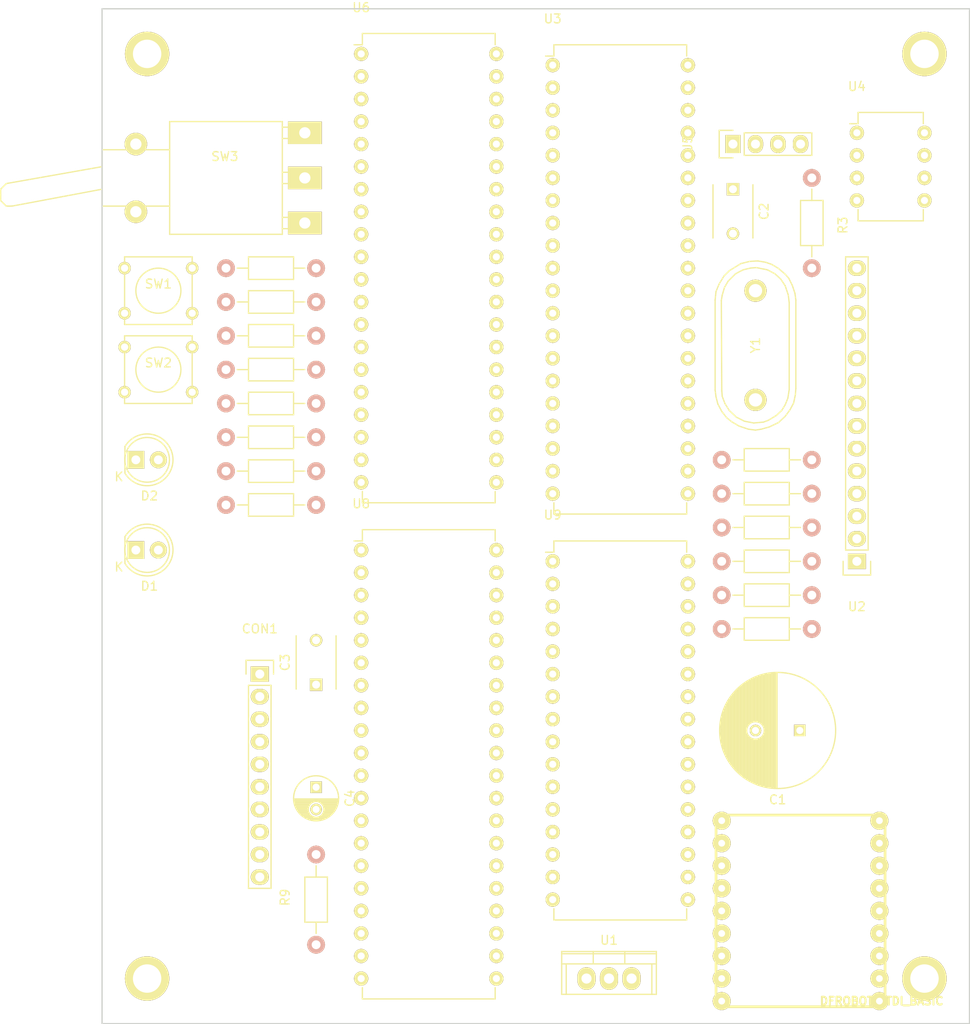
<source format=kicad_pcb>
(kicad_pcb (version 4) (host pcbnew 4.0.0-stable)

  (general
    (links 0)
    (no_connects 175)
    (area 0 0 0 0)
    (thickness 1.6)
    (drawings 4)
    (tracks 0)
    (zones 0)
    (modules 40)
    (nets 90)
  )

  (page A4)
  (layers
    (0 F.Cu signal)
    (31 B.Cu signal)
    (32 B.Adhes user)
    (33 F.Adhes user)
    (34 B.Paste user)
    (35 F.Paste user)
    (36 B.SilkS user)
    (37 F.SilkS user)
    (38 B.Mask user)
    (39 F.Mask user)
    (40 Dwgs.User user)
    (41 Cmts.User user)
    (42 Eco1.User user)
    (43 Eco2.User user)
    (44 Edge.Cuts user)
    (45 Margin user)
    (46 B.CrtYd user)
    (47 F.CrtYd user)
    (48 B.Fab user)
    (49 F.Fab user)
  )

  (setup
    (last_trace_width 0.25)
    (trace_clearance 0.2)
    (zone_clearance 0.508)
    (zone_45_only no)
    (trace_min 0.2)
    (segment_width 0.2)
    (edge_width 0.15)
    (via_size 0.6)
    (via_drill 0.4)
    (via_min_size 0.4)
    (via_min_drill 0.3)
    (uvia_size 0.3)
    (uvia_drill 0.1)
    (uvias_allowed no)
    (uvia_min_size 0.2)
    (uvia_min_drill 0.1)
    (pcb_text_width 0.3)
    (pcb_text_size 1.5 1.5)
    (mod_edge_width 0.15)
    (mod_text_size 1 1)
    (mod_text_width 0.15)
    (pad_size 5 5)
    (pad_drill 3.2)
    (pad_to_mask_clearance 0.2)
    (aux_axis_origin 0 0)
    (visible_elements FFFFFF7F)
    (pcbplotparams
      (layerselection 0x00030_80000001)
      (usegerberextensions false)
      (excludeedgelayer true)
      (linewidth 0.100000)
      (plotframeref false)
      (viasonmask false)
      (mode 1)
      (useauxorigin false)
      (hpglpennumber 1)
      (hpglpenspeed 20)
      (hpglpendiameter 15)
      (hpglpenoverlay 2)
      (psnegative false)
      (psa4output false)
      (plotreference true)
      (plotvalue true)
      (plotinvisibletext false)
      (padsonsilk false)
      (subtractmaskfromsilk false)
      (outputformat 1)
      (mirror false)
      (drillshape 1)
      (scaleselection 1)
      (outputdirectory ""))
  )

  (net 0 "")
  (net 1 +3V3)
  (net 2 GND)
  (net 3 "Net-(CON1-Pad1)")
  (net 4 /IO/CS)
  (net 5 /IO/DI)
  (net 6 "Net-(CON1-Pad4)")
  (net 7 /IO/SCK)
  (net 8 /IO/DO)
  (net 9 "Net-(CON1-Pad9)")
  (net 10 "Net-(CON1-Pad10)")
  (net 11 "Net-(D1-Pad1)")
  (net 12 "Net-(D2-Pad1)")
  (net 13 "Net-(D2-Pad2)")
  (net 14 "Net-(R3-Pad2)")
  (net 15 "Net-(R4-Pad1)")
  (net 16 /Z80_RESET)
  (net 17 +5V)
  (net 18 /BUSRQ)
  (net 19 A10)
  (net 20 A11)
  (net 21 A12)
  (net 22 A13)
  (net 23 A14)
  (net 24 A15)
  (net 25 /RESET)
  (net 26 "Net-(SW3-Pad1)")
  (net 27 "Net-(U2-Pad1)")
  (net 28 "Net-(U2-Pad2)")
  (net 29 "Net-(U2-Pad3)")
  (net 30 "Net-(U2-Pad4)")
  (net 31 "Net-(U2-Pad5)")
  (net 32 "Net-(U2-Pad6)")
  (net 33 "Net-(U2-Pad7)")
  (net 34 "Net-(U2-Pad8)")
  (net 35 /IORQ)
  (net 36 /WR)
  (net 37 /RD)
  (net 38 A7)
  (net 39 CLK)
  (net 40 "Net-(U3-Pad7)")
  (net 41 "Net-(U3-Pad8)")
  (net 42 D0)
  (net 43 D1)
  (net 44 D2)
  (net 45 D3)
  (net 46 D4)
  (net 47 D5)
  (net 48 D6)
  (net 49 D7)
  (net 50 "Net-(U3-Pad30)")
  (net 51 "Net-(U3-Pad31)")
  (net 52 A0)
  (net 53 A1)
  (net 54 A2)
  (net 55 "Net-(U3-Pad36)")
  (net 56 "Net-(U3-Pad37)")
  (net 57 "Net-(U3-Pad39)")
  (net 58 "Net-(U3-Pad40)")
  (net 59 KBD_DATA)
  (net 60 A5)
  (net 61 A6)
  (net 62 A8)
  (net 63 A9)
  (net 64 /MREQ)
  (net 65 /BUSACK)
  (net 66 "Net-(U6-Pad25)")
  (net 67 "Net-(U6-Pad26)")
  (net 68 KBD_CLK)
  (net 69 A4)
  (net 70 A3)
  (net 71 /HALT)
  (net 72 "Net-(U7-Pad1)")
  (net 73 "Net-(U7-Pad2)")
  (net 74 "Net-(U7-Pad4)")
  (net 75 "Net-(U7-Pad6)")
  (net 76 "Net-(U7-Pad7)")
  (net 77 "Net-(U7-Pad8)")
  (net 78 "Net-(U7-Pad11)")
  (net 79 "Net-(U7-Pad12)")
  (net 80 "Net-(U7-Pad14)")
  (net 81 "Net-(U7-Pad15)")
  (net 82 "Net-(U7-Pad16)")
  (net 83 "Net-(U7-Pad17)")
  (net 84 "Net-(U7-Pad18)")
  (net 85 "Net-(U8-Pad27)")
  (net 86 "Net-(U8-Pad28)")
  (net 87 VCC)
  (net 88 "Net-(U2-Pad9)")
  (net 89 "Net-(U2-Pad10)")

  (net_class Default "This is the default net class."
    (clearance 0.2)
    (trace_width 0.25)
    (via_dia 0.6)
    (via_drill 0.4)
    (uvia_dia 0.3)
    (uvia_drill 0.1)
    (add_net +3V3)
    (add_net +5V)
    (add_net /BUSACK)
    (add_net /BUSRQ)
    (add_net /HALT)
    (add_net /IO/CS)
    (add_net /IO/DI)
    (add_net /IO/DO)
    (add_net /IO/SCK)
    (add_net /IORQ)
    (add_net /MREQ)
    (add_net /RD)
    (add_net /RESET)
    (add_net /WR)
    (add_net /Z80_RESET)
    (add_net A0)
    (add_net A1)
    (add_net A10)
    (add_net A11)
    (add_net A12)
    (add_net A13)
    (add_net A14)
    (add_net A15)
    (add_net A2)
    (add_net A3)
    (add_net A4)
    (add_net A5)
    (add_net A6)
    (add_net A7)
    (add_net A8)
    (add_net A9)
    (add_net CLK)
    (add_net D0)
    (add_net D1)
    (add_net D2)
    (add_net D3)
    (add_net D4)
    (add_net D5)
    (add_net D6)
    (add_net D7)
    (add_net GND)
    (add_net KBD_CLK)
    (add_net KBD_DATA)
    (add_net "Net-(CON1-Pad1)")
    (add_net "Net-(CON1-Pad10)")
    (add_net "Net-(CON1-Pad4)")
    (add_net "Net-(CON1-Pad9)")
    (add_net "Net-(D1-Pad1)")
    (add_net "Net-(D2-Pad1)")
    (add_net "Net-(D2-Pad2)")
    (add_net "Net-(R3-Pad2)")
    (add_net "Net-(R4-Pad1)")
    (add_net "Net-(SW3-Pad1)")
    (add_net "Net-(U2-Pad1)")
    (add_net "Net-(U2-Pad10)")
    (add_net "Net-(U2-Pad2)")
    (add_net "Net-(U2-Pad3)")
    (add_net "Net-(U2-Pad4)")
    (add_net "Net-(U2-Pad5)")
    (add_net "Net-(U2-Pad6)")
    (add_net "Net-(U2-Pad7)")
    (add_net "Net-(U2-Pad8)")
    (add_net "Net-(U2-Pad9)")
    (add_net "Net-(U3-Pad30)")
    (add_net "Net-(U3-Pad31)")
    (add_net "Net-(U3-Pad36)")
    (add_net "Net-(U3-Pad37)")
    (add_net "Net-(U3-Pad39)")
    (add_net "Net-(U3-Pad40)")
    (add_net "Net-(U3-Pad7)")
    (add_net "Net-(U3-Pad8)")
    (add_net "Net-(U6-Pad25)")
    (add_net "Net-(U6-Pad26)")
    (add_net "Net-(U7-Pad1)")
    (add_net "Net-(U7-Pad11)")
    (add_net "Net-(U7-Pad12)")
    (add_net "Net-(U7-Pad14)")
    (add_net "Net-(U7-Pad15)")
    (add_net "Net-(U7-Pad16)")
    (add_net "Net-(U7-Pad17)")
    (add_net "Net-(U7-Pad18)")
    (add_net "Net-(U7-Pad2)")
    (add_net "Net-(U7-Pad4)")
    (add_net "Net-(U7-Pad6)")
    (add_net "Net-(U7-Pad7)")
    (add_net "Net-(U7-Pad8)")
    (add_net "Net-(U8-Pad27)")
    (add_net "Net-(U8-Pad28)")
    (add_net VCC)
  )

  (module Connect:1pin (layer F.Cu) (tedit 56A03E61) (tstamp 56A03E79)
    (at 138.43 142.24)
    (descr "module 1 pin (ou trou mecanique de percage)")
    (tags DEV)
    (fp_text reference REF** (at 0 -3.048) (layer F.SilkS) hide
      (effects (font (size 1 1) (thickness 0.15)))
    )
    (fp_text value 1pin (at 0 2.794) (layer F.Fab) hide
      (effects (font (size 1 1) (thickness 0.15)))
    )
    (fp_circle (center 0 0) (end 0 -2.286) (layer F.SilkS) (width 0.15))
    (pad 1 thru_hole circle (at 0 0) (size 5 5) (drill 3.2) (layers *.Cu *.Mask F.SilkS))
  )

  (module Connect:1pin (layer F.Cu) (tedit 56A03E61) (tstamp 56A03E75)
    (at 50.8 38.1)
    (descr "module 1 pin (ou trou mecanique de percage)")
    (tags DEV)
    (fp_text reference REF** (at 0 -3.048) (layer F.SilkS) hide
      (effects (font (size 1 1) (thickness 0.15)))
    )
    (fp_text value 1pin (at 0 2.794) (layer F.Fab) hide
      (effects (font (size 1 1) (thickness 0.15)))
    )
    (fp_circle (center 0 0) (end 0 -2.286) (layer F.SilkS) (width 0.15))
    (pad 1 thru_hole circle (at 0 0) (size 5 5) (drill 3.2) (layers *.Cu *.Mask F.SilkS))
  )

  (module Connect:1pin (layer F.Cu) (tedit 56A03E61) (tstamp 56A03E68)
    (at 50.8 142.24)
    (descr "module 1 pin (ou trou mecanique de percage)")
    (tags DEV)
    (fp_text reference REF** (at 0 -3.048) (layer F.SilkS) hide
      (effects (font (size 1 1) (thickness 0.15)))
    )
    (fp_text value 1pin (at 0 2.794) (layer F.Fab) hide
      (effects (font (size 1 1) (thickness 0.15)))
    )
    (fp_circle (center 0 0) (end 0 -2.286) (layer F.SilkS) (width 0.15))
    (pad 1 thru_hole circle (at 0 0) (size 5 5) (drill 3.2) (layers *.Cu *.Mask F.SilkS))
  )

  (module Capacitors_ThroughHole:C_Radial_D13_L21_P5 (layer F.Cu) (tedit 0) (tstamp 56A02F90)
    (at 124.38 114.3 180)
    (descr "Radial Electrolytic Capacitor 13mm x Length 21mm, Pitch 5mm")
    (tags "Electrolytic Capacitor")
    (path /568DB7FD/5681FB9D)
    (fp_text reference C1 (at 2.5 -7.8 180) (layer F.SilkS)
      (effects (font (size 1 1) (thickness 0.15)))
    )
    (fp_text value "1000 µF" (at 2.5 7.8 180) (layer F.Fab)
      (effects (font (size 1 1) (thickness 0.15)))
    )
    (fp_line (start 2.575 -6.5) (end 2.575 6.5) (layer F.SilkS) (width 0.15))
    (fp_line (start 2.715 -6.496) (end 2.715 6.496) (layer F.SilkS) (width 0.15))
    (fp_line (start 2.855 -6.49) (end 2.855 6.49) (layer F.SilkS) (width 0.15))
    (fp_line (start 2.995 -6.481) (end 2.995 6.481) (layer F.SilkS) (width 0.15))
    (fp_line (start 3.135 -6.469) (end 3.135 6.469) (layer F.SilkS) (width 0.15))
    (fp_line (start 3.275 -6.454) (end 3.275 6.454) (layer F.SilkS) (width 0.15))
    (fp_line (start 3.415 -6.435) (end 3.415 6.435) (layer F.SilkS) (width 0.15))
    (fp_line (start 3.555 -6.414) (end 3.555 6.414) (layer F.SilkS) (width 0.15))
    (fp_line (start 3.695 -6.389) (end 3.695 6.389) (layer F.SilkS) (width 0.15))
    (fp_line (start 3.835 -6.361) (end 3.835 6.361) (layer F.SilkS) (width 0.15))
    (fp_line (start 3.975 -6.33) (end 3.975 6.33) (layer F.SilkS) (width 0.15))
    (fp_line (start 4.115 -6.296) (end 4.115 -0.466) (layer F.SilkS) (width 0.15))
    (fp_line (start 4.115 0.466) (end 4.115 6.296) (layer F.SilkS) (width 0.15))
    (fp_line (start 4.255 -6.259) (end 4.255 -0.667) (layer F.SilkS) (width 0.15))
    (fp_line (start 4.255 0.667) (end 4.255 6.259) (layer F.SilkS) (width 0.15))
    (fp_line (start 4.395 -6.218) (end 4.395 -0.796) (layer F.SilkS) (width 0.15))
    (fp_line (start 4.395 0.796) (end 4.395 6.218) (layer F.SilkS) (width 0.15))
    (fp_line (start 4.535 -6.173) (end 4.535 -0.885) (layer F.SilkS) (width 0.15))
    (fp_line (start 4.535 0.885) (end 4.535 6.173) (layer F.SilkS) (width 0.15))
    (fp_line (start 4.675 -6.125) (end 4.675 -0.946) (layer F.SilkS) (width 0.15))
    (fp_line (start 4.675 0.946) (end 4.675 6.125) (layer F.SilkS) (width 0.15))
    (fp_line (start 4.815 -6.074) (end 4.815 -0.983) (layer F.SilkS) (width 0.15))
    (fp_line (start 4.815 0.983) (end 4.815 6.074) (layer F.SilkS) (width 0.15))
    (fp_line (start 4.955 -6.019) (end 4.955 -0.999) (layer F.SilkS) (width 0.15))
    (fp_line (start 4.955 0.999) (end 4.955 6.019) (layer F.SilkS) (width 0.15))
    (fp_line (start 5.095 -5.96) (end 5.095 -0.995) (layer F.SilkS) (width 0.15))
    (fp_line (start 5.095 0.995) (end 5.095 5.96) (layer F.SilkS) (width 0.15))
    (fp_line (start 5.235 -5.897) (end 5.235 -0.972) (layer F.SilkS) (width 0.15))
    (fp_line (start 5.235 0.972) (end 5.235 5.897) (layer F.SilkS) (width 0.15))
    (fp_line (start 5.375 -5.83) (end 5.375 -0.927) (layer F.SilkS) (width 0.15))
    (fp_line (start 5.375 0.927) (end 5.375 5.83) (layer F.SilkS) (width 0.15))
    (fp_line (start 5.515 -5.758) (end 5.515 -0.857) (layer F.SilkS) (width 0.15))
    (fp_line (start 5.515 0.857) (end 5.515 5.758) (layer F.SilkS) (width 0.15))
    (fp_line (start 5.655 -5.683) (end 5.655 -0.756) (layer F.SilkS) (width 0.15))
    (fp_line (start 5.655 0.756) (end 5.655 5.683) (layer F.SilkS) (width 0.15))
    (fp_line (start 5.795 -5.603) (end 5.795 -0.607) (layer F.SilkS) (width 0.15))
    (fp_line (start 5.795 0.607) (end 5.795 5.603) (layer F.SilkS) (width 0.15))
    (fp_line (start 5.935 -5.518) (end 5.935 -0.355) (layer F.SilkS) (width 0.15))
    (fp_line (start 5.935 0.355) (end 5.935 5.518) (layer F.SilkS) (width 0.15))
    (fp_line (start 6.075 -5.429) (end 6.075 5.429) (layer F.SilkS) (width 0.15))
    (fp_line (start 6.215 -5.334) (end 6.215 5.334) (layer F.SilkS) (width 0.15))
    (fp_line (start 6.355 -5.233) (end 6.355 5.233) (layer F.SilkS) (width 0.15))
    (fp_line (start 6.495 -5.127) (end 6.495 5.127) (layer F.SilkS) (width 0.15))
    (fp_line (start 6.635 -5.015) (end 6.635 5.015) (layer F.SilkS) (width 0.15))
    (fp_line (start 6.775 -4.896) (end 6.775 4.896) (layer F.SilkS) (width 0.15))
    (fp_line (start 6.915 -4.771) (end 6.915 4.771) (layer F.SilkS) (width 0.15))
    (fp_line (start 7.055 -4.637) (end 7.055 4.637) (layer F.SilkS) (width 0.15))
    (fp_line (start 7.195 -4.495) (end 7.195 4.495) (layer F.SilkS) (width 0.15))
    (fp_line (start 7.335 -4.344) (end 7.335 4.344) (layer F.SilkS) (width 0.15))
    (fp_line (start 7.475 -4.183) (end 7.475 4.183) (layer F.SilkS) (width 0.15))
    (fp_line (start 7.615 -4.011) (end 7.615 4.011) (layer F.SilkS) (width 0.15))
    (fp_line (start 7.755 -3.826) (end 7.755 3.826) (layer F.SilkS) (width 0.15))
    (fp_line (start 7.895 -3.625) (end 7.895 3.625) (layer F.SilkS) (width 0.15))
    (fp_line (start 8.035 -3.408) (end 8.035 3.408) (layer F.SilkS) (width 0.15))
    (fp_line (start 8.175 -3.169) (end 8.175 3.169) (layer F.SilkS) (width 0.15))
    (fp_line (start 8.315 -2.904) (end 8.315 2.904) (layer F.SilkS) (width 0.15))
    (fp_line (start 8.455 -2.605) (end 8.455 2.605) (layer F.SilkS) (width 0.15))
    (fp_line (start 8.595 -2.259) (end 8.595 2.259) (layer F.SilkS) (width 0.15))
    (fp_line (start 8.735 -1.837) (end 8.735 1.837) (layer F.SilkS) (width 0.15))
    (fp_line (start 8.875 -1.269) (end 8.875 1.269) (layer F.SilkS) (width 0.15))
    (fp_circle (center 5 0) (end 5 -1) (layer F.SilkS) (width 0.15))
    (fp_circle (center 2.5 0) (end 2.5 -6.5375) (layer F.SilkS) (width 0.15))
    (fp_circle (center 2.5 0) (end 2.5 -6.8) (layer F.CrtYd) (width 0.05))
    (pad 1 thru_hole rect (at 0 0 180) (size 1.3 1.3) (drill 0.8) (layers *.Cu *.Mask F.SilkS)
      (net 1 +3V3))
    (pad 2 thru_hole circle (at 5 0 180) (size 1.3 1.3) (drill 0.8) (layers *.Cu *.Mask F.SilkS)
      (net 2 GND))
    (model Capacitors_ThroughHole.3dshapes/C_Radial_D13_L21_P5.wrl
      (at (xyz 0.0984252 0 0))
      (scale (xyz 1 1 1))
      (rotate (xyz 0 0 90))
    )
  )

  (module Capacitors_ThroughHole:C_Disc_D6_P5 (layer F.Cu) (tedit 0) (tstamp 56A02F96)
    (at 116.84 53.34 270)
    (descr "Capacitor 6mm Disc, Pitch 5mm")
    (tags Capacitor)
    (path /568DB7FD/568DD525)
    (fp_text reference C2 (at 2.5 -3.5 270) (layer F.SilkS)
      (effects (font (size 1 1) (thickness 0.15)))
    )
    (fp_text value "0.1 µF" (at 2.54 0 360) (layer F.Fab)
      (effects (font (size 1 1) (thickness 0.15)))
    )
    (fp_line (start -0.95 -2.5) (end 5.95 -2.5) (layer F.CrtYd) (width 0.05))
    (fp_line (start 5.95 -2.5) (end 5.95 2.5) (layer F.CrtYd) (width 0.05))
    (fp_line (start 5.95 2.5) (end -0.95 2.5) (layer F.CrtYd) (width 0.05))
    (fp_line (start -0.95 2.5) (end -0.95 -2.5) (layer F.CrtYd) (width 0.05))
    (fp_line (start -0.5 -2.25) (end 5.5 -2.25) (layer F.SilkS) (width 0.15))
    (fp_line (start 5.5 2.25) (end -0.5 2.25) (layer F.SilkS) (width 0.15))
    (pad 1 thru_hole rect (at 0 0 270) (size 1.4 1.4) (drill 0.9) (layers *.Cu *.Mask F.SilkS)
      (net 1 +3V3))
    (pad 2 thru_hole circle (at 5 0 270) (size 1.4 1.4) (drill 0.9) (layers *.Cu *.Mask F.SilkS)
      (net 2 GND))
    (model Capacitors_ThroughHole.3dshapes/C_Disc_D6_P5.wrl
      (at (xyz 0.0984252 0 0))
      (scale (xyz 1 1 1))
      (rotate (xyz 0 0 0))
    )
  )

  (module Capacitors_ThroughHole:C_Disc_D6_P5 (layer F.Cu) (tedit 0) (tstamp 56A02F9C)
    (at 69.85 109.14 90)
    (descr "Capacitor 6mm Disc, Pitch 5mm")
    (tags Capacitor)
    (path /568DBAE1/56A03E30)
    (fp_text reference C3 (at 2.5 -3.5 90) (layer F.SilkS)
      (effects (font (size 1 1) (thickness 0.15)))
    )
    (fp_text value 0.1µ (at 2.5 0 180) (layer F.Fab)
      (effects (font (size 1 1) (thickness 0.15)))
    )
    (fp_line (start -0.95 -2.5) (end 5.95 -2.5) (layer F.CrtYd) (width 0.05))
    (fp_line (start 5.95 -2.5) (end 5.95 2.5) (layer F.CrtYd) (width 0.05))
    (fp_line (start 5.95 2.5) (end -0.95 2.5) (layer F.CrtYd) (width 0.05))
    (fp_line (start -0.95 2.5) (end -0.95 -2.5) (layer F.CrtYd) (width 0.05))
    (fp_line (start -0.5 -2.25) (end 5.5 -2.25) (layer F.SilkS) (width 0.15))
    (fp_line (start 5.5 2.25) (end -0.5 2.25) (layer F.SilkS) (width 0.15))
    (pad 1 thru_hole rect (at 0 0 90) (size 1.4 1.4) (drill 0.9) (layers *.Cu *.Mask F.SilkS)
      (net 1 +3V3))
    (pad 2 thru_hole circle (at 5 0 90) (size 1.4 1.4) (drill 0.9) (layers *.Cu *.Mask F.SilkS)
      (net 2 GND))
    (model Capacitors_ThroughHole.3dshapes/C_Disc_D6_P5.wrl
      (at (xyz 0.0984252 0 0))
      (scale (xyz 1 1 1))
      (rotate (xyz 0 0 0))
    )
  )

  (module Capacitors_ThroughHole:C_Radial_D5_L11_P2.5 (layer F.Cu) (tedit 0) (tstamp 56A02FA2)
    (at 69.85 120.69 270)
    (descr "Radial Electrolytic Capacitor Diameter 5mm x Length 11mm, Pitch 2.5mm")
    (tags "Electrolytic Capacitor")
    (path /568DBAE1/568A9C8C)
    (fp_text reference C4 (at 1.25 -3.8 270) (layer F.SilkS)
      (effects (font (size 1 1) (thickness 0.15)))
    )
    (fp_text value 22µF (at -2.58 0 360) (layer F.Fab)
      (effects (font (size 1 1) (thickness 0.15)))
    )
    (fp_line (start 1.325 -2.499) (end 1.325 2.499) (layer F.SilkS) (width 0.15))
    (fp_line (start 1.465 -2.491) (end 1.465 2.491) (layer F.SilkS) (width 0.15))
    (fp_line (start 1.605 -2.475) (end 1.605 -0.095) (layer F.SilkS) (width 0.15))
    (fp_line (start 1.605 0.095) (end 1.605 2.475) (layer F.SilkS) (width 0.15))
    (fp_line (start 1.745 -2.451) (end 1.745 -0.49) (layer F.SilkS) (width 0.15))
    (fp_line (start 1.745 0.49) (end 1.745 2.451) (layer F.SilkS) (width 0.15))
    (fp_line (start 1.885 -2.418) (end 1.885 -0.657) (layer F.SilkS) (width 0.15))
    (fp_line (start 1.885 0.657) (end 1.885 2.418) (layer F.SilkS) (width 0.15))
    (fp_line (start 2.025 -2.377) (end 2.025 -0.764) (layer F.SilkS) (width 0.15))
    (fp_line (start 2.025 0.764) (end 2.025 2.377) (layer F.SilkS) (width 0.15))
    (fp_line (start 2.165 -2.327) (end 2.165 -0.835) (layer F.SilkS) (width 0.15))
    (fp_line (start 2.165 0.835) (end 2.165 2.327) (layer F.SilkS) (width 0.15))
    (fp_line (start 2.305 -2.266) (end 2.305 -0.879) (layer F.SilkS) (width 0.15))
    (fp_line (start 2.305 0.879) (end 2.305 2.266) (layer F.SilkS) (width 0.15))
    (fp_line (start 2.445 -2.196) (end 2.445 -0.898) (layer F.SilkS) (width 0.15))
    (fp_line (start 2.445 0.898) (end 2.445 2.196) (layer F.SilkS) (width 0.15))
    (fp_line (start 2.585 -2.114) (end 2.585 -0.896) (layer F.SilkS) (width 0.15))
    (fp_line (start 2.585 0.896) (end 2.585 2.114) (layer F.SilkS) (width 0.15))
    (fp_line (start 2.725 -2.019) (end 2.725 -0.871) (layer F.SilkS) (width 0.15))
    (fp_line (start 2.725 0.871) (end 2.725 2.019) (layer F.SilkS) (width 0.15))
    (fp_line (start 2.865 -1.908) (end 2.865 -0.823) (layer F.SilkS) (width 0.15))
    (fp_line (start 2.865 0.823) (end 2.865 1.908) (layer F.SilkS) (width 0.15))
    (fp_line (start 3.005 -1.78) (end 3.005 -0.745) (layer F.SilkS) (width 0.15))
    (fp_line (start 3.005 0.745) (end 3.005 1.78) (layer F.SilkS) (width 0.15))
    (fp_line (start 3.145 -1.631) (end 3.145 -0.628) (layer F.SilkS) (width 0.15))
    (fp_line (start 3.145 0.628) (end 3.145 1.631) (layer F.SilkS) (width 0.15))
    (fp_line (start 3.285 -1.452) (end 3.285 -0.44) (layer F.SilkS) (width 0.15))
    (fp_line (start 3.285 0.44) (end 3.285 1.452) (layer F.SilkS) (width 0.15))
    (fp_line (start 3.425 -1.233) (end 3.425 1.233) (layer F.SilkS) (width 0.15))
    (fp_line (start 3.565 -0.944) (end 3.565 0.944) (layer F.SilkS) (width 0.15))
    (fp_line (start 3.705 -0.472) (end 3.705 0.472) (layer F.SilkS) (width 0.15))
    (fp_circle (center 2.5 0) (end 2.5 -0.9) (layer F.SilkS) (width 0.15))
    (fp_circle (center 1.25 0) (end 1.25 -2.5375) (layer F.SilkS) (width 0.15))
    (fp_circle (center 1.25 0) (end 1.25 -2.8) (layer F.CrtYd) (width 0.05))
    (pad 1 thru_hole rect (at 0 0 270) (size 1.3 1.3) (drill 0.8) (layers *.Cu *.Mask F.SilkS)
      (net 1 +3V3))
    (pad 2 thru_hole circle (at 2.5 0 270) (size 1.3 1.3) (drill 0.8) (layers *.Cu *.Mask F.SilkS)
      (net 2 GND))
    (model Capacitors_ThroughHole.3dshapes/C_Radial_D5_L11_P2.5.wrl
      (at (xyz 0.049213 0 0))
      (scale (xyz 1 1 1))
      (rotate (xyz 0 0 90))
    )
  )

  (module Pin_Headers:Pin_Header_Straight_1x10 (layer F.Cu) (tedit 0) (tstamp 56A02FB0)
    (at 63.5 107.95)
    (descr "Through hole pin header")
    (tags "pin header")
    (path /568DBAE1/56A0251E)
    (fp_text reference CON1 (at 0 -5.1) (layer F.SilkS)
      (effects (font (size 1 1) (thickness 0.15)))
    )
    (fp_text value SD_Card (at 0 -3.1) (layer F.Fab)
      (effects (font (size 1 1) (thickness 0.15)))
    )
    (fp_line (start -1.75 -1.75) (end -1.75 24.65) (layer F.CrtYd) (width 0.05))
    (fp_line (start 1.75 -1.75) (end 1.75 24.65) (layer F.CrtYd) (width 0.05))
    (fp_line (start -1.75 -1.75) (end 1.75 -1.75) (layer F.CrtYd) (width 0.05))
    (fp_line (start -1.75 24.65) (end 1.75 24.65) (layer F.CrtYd) (width 0.05))
    (fp_line (start 1.27 1.27) (end 1.27 24.13) (layer F.SilkS) (width 0.15))
    (fp_line (start 1.27 24.13) (end -1.27 24.13) (layer F.SilkS) (width 0.15))
    (fp_line (start -1.27 24.13) (end -1.27 1.27) (layer F.SilkS) (width 0.15))
    (fp_line (start 1.55 -1.55) (end 1.55 0) (layer F.SilkS) (width 0.15))
    (fp_line (start 1.27 1.27) (end -1.27 1.27) (layer F.SilkS) (width 0.15))
    (fp_line (start -1.55 0) (end -1.55 -1.55) (layer F.SilkS) (width 0.15))
    (fp_line (start -1.55 -1.55) (end 1.55 -1.55) (layer F.SilkS) (width 0.15))
    (pad 1 thru_hole rect (at 0 0) (size 2.032 1.7272) (drill 1.016) (layers *.Cu *.Mask F.SilkS)
      (net 3 "Net-(CON1-Pad1)"))
    (pad 2 thru_hole oval (at 0 2.54) (size 2.032 1.7272) (drill 1.016) (layers *.Cu *.Mask F.SilkS)
      (net 4 /IO/CS))
    (pad 3 thru_hole oval (at 0 5.08) (size 2.032 1.7272) (drill 1.016) (layers *.Cu *.Mask F.SilkS)
      (net 5 /IO/DI))
    (pad 4 thru_hole oval (at 0 7.62) (size 2.032 1.7272) (drill 1.016) (layers *.Cu *.Mask F.SilkS)
      (net 6 "Net-(CON1-Pad4)"))
    (pad 5 thru_hole oval (at 0 10.16) (size 2.032 1.7272) (drill 1.016) (layers *.Cu *.Mask F.SilkS)
      (net 7 /IO/SCK))
    (pad 6 thru_hole oval (at 0 12.7) (size 2.032 1.7272) (drill 1.016) (layers *.Cu *.Mask F.SilkS)
      (net 1 +3V3))
    (pad 7 thru_hole oval (at 0 15.24) (size 2.032 1.7272) (drill 1.016) (layers *.Cu *.Mask F.SilkS)
      (net 2 GND))
    (pad 8 thru_hole oval (at 0 17.78) (size 2.032 1.7272) (drill 1.016) (layers *.Cu *.Mask F.SilkS)
      (net 8 /IO/DO))
    (pad 9 thru_hole oval (at 0 20.32) (size 2.032 1.7272) (drill 1.016) (layers *.Cu *.Mask F.SilkS)
      (net 9 "Net-(CON1-Pad9)"))
    (pad 10 thru_hole oval (at 0 22.86) (size 2.032 1.7272) (drill 1.016) (layers *.Cu *.Mask F.SilkS)
      (net 10 "Net-(CON1-Pad10)"))
    (model Pin_Headers.3dshapes/Pin_Header_Straight_1x10.wrl
      (at (xyz 0 -0.45 0))
      (scale (xyz 1 1 1))
      (rotate (xyz 0 0 90))
    )
  )

  (module LEDs:LED-5MM (layer F.Cu) (tedit 5570F7EA) (tstamp 56A02FB6)
    (at 49.53 93.98)
    (descr "LED 5mm round vertical")
    (tags "LED 5mm round vertical")
    (path /568DB7FD/5681FD4E)
    (fp_text reference D1 (at 1.524 4.064) (layer F.SilkS)
      (effects (font (size 1 1) (thickness 0.15)))
    )
    (fp_text value POWER (at -2.54 0 90) (layer F.Fab)
      (effects (font (size 1 1) (thickness 0.15)))
    )
    (fp_line (start -1.5 -1.55) (end -1.5 1.55) (layer F.CrtYd) (width 0.05))
    (fp_arc (start 1.3 0) (end -1.5 1.55) (angle -302) (layer F.CrtYd) (width 0.05))
    (fp_arc (start 1.27 0) (end -1.23 -1.5) (angle 297.5) (layer F.SilkS) (width 0.15))
    (fp_line (start -1.23 1.5) (end -1.23 -1.5) (layer F.SilkS) (width 0.15))
    (fp_circle (center 1.27 0) (end 0.97 -2.5) (layer F.SilkS) (width 0.15))
    (fp_text user K (at -1.905 1.905) (layer F.SilkS)
      (effects (font (size 1 1) (thickness 0.15)))
    )
    (pad 1 thru_hole rect (at 0 0 90) (size 2 1.9) (drill 1.00076) (layers *.Cu *.Mask F.SilkS)
      (net 11 "Net-(D1-Pad1)"))
    (pad 2 thru_hole circle (at 2.54 0) (size 1.9 1.9) (drill 1.00076) (layers *.Cu *.Mask F.SilkS)
      (net 1 +3V3))
    (model LEDs.3dshapes/LED-5MM.wrl
      (at (xyz 0.05 0 0))
      (scale (xyz 1 1 1))
      (rotate (xyz 0 0 90))
    )
  )

  (module LEDs:LED-5MM (layer F.Cu) (tedit 5570F7EA) (tstamp 56A02FBC)
    (at 49.53 83.82)
    (descr "LED 5mm round vertical")
    (tags "LED 5mm round vertical")
    (path /568DB7FD/56821EAA)
    (fp_text reference D2 (at 1.524 4.064) (layer F.SilkS)
      (effects (font (size 1 1) (thickness 0.15)))
    )
    (fp_text value DEBUG (at -2.54 0 90) (layer F.Fab)
      (effects (font (size 1 1) (thickness 0.15)))
    )
    (fp_line (start -1.5 -1.55) (end -1.5 1.55) (layer F.CrtYd) (width 0.05))
    (fp_arc (start 1.3 0) (end -1.5 1.55) (angle -302) (layer F.CrtYd) (width 0.05))
    (fp_arc (start 1.27 0) (end -1.23 -1.5) (angle 297.5) (layer F.SilkS) (width 0.15))
    (fp_line (start -1.23 1.5) (end -1.23 -1.5) (layer F.SilkS) (width 0.15))
    (fp_circle (center 1.27 0) (end 0.97 -2.5) (layer F.SilkS) (width 0.15))
    (fp_text user K (at -1.905 1.905) (layer F.SilkS)
      (effects (font (size 1 1) (thickness 0.15)))
    )
    (pad 1 thru_hole rect (at 0 0 90) (size 2 1.9) (drill 1.00076) (layers *.Cu *.Mask F.SilkS)
      (net 12 "Net-(D2-Pad1)"))
    (pad 2 thru_hole circle (at 2.54 0) (size 1.9 1.9) (drill 1.00076) (layers *.Cu *.Mask F.SilkS)
      (net 13 "Net-(D2-Pad2)"))
    (model LEDs.3dshapes/LED-5MM.wrl
      (at (xyz 0.05 0 0))
      (scale (xyz 1 1 1))
      (rotate (xyz 0 0 90))
    )
  )

  (module Resistors_ThroughHole:Resistor_Horizontal_RM10mm (layer F.Cu) (tedit 56A03F80) (tstamp 56A02FC2)
    (at 64.77 85.09)
    (descr "Resistor, Axial,  RM 10mm, 1/3W,")
    (tags "Resistor, Axial, RM 10mm, 1/3W,")
    (path /568DB7FD/5681FD9C)
    (fp_text reference R1 (at 0.24892 -3.50012) (layer F.SilkS) hide
      (effects (font (size 1 1) (thickness 0.15)))
    )
    (fp_text value 100 (at 0 0) (layer F.Fab)
      (effects (font (size 1 1) (thickness 0.15)))
    )
    (fp_line (start -2.54 -1.27) (end 2.54 -1.27) (layer F.SilkS) (width 0.15))
    (fp_line (start 2.54 -1.27) (end 2.54 1.27) (layer F.SilkS) (width 0.15))
    (fp_line (start 2.54 1.27) (end -2.54 1.27) (layer F.SilkS) (width 0.15))
    (fp_line (start -2.54 1.27) (end -2.54 -1.27) (layer F.SilkS) (width 0.15))
    (fp_line (start -2.54 0) (end -3.81 0) (layer F.SilkS) (width 0.15))
    (fp_line (start 2.54 0) (end 3.81 0) (layer F.SilkS) (width 0.15))
    (pad 1 thru_hole circle (at -5.08 0) (size 1.99898 1.99898) (drill 1.00076) (layers *.Cu *.SilkS *.Mask)
      (net 11 "Net-(D1-Pad1)"))
    (pad 2 thru_hole circle (at 5.08 0) (size 1.99898 1.99898) (drill 1.00076) (layers *.Cu *.SilkS *.Mask)
      (net 2 GND))
    (model Resistors_ThroughHole.3dshapes/Resistor_Horizontal_RM10mm.wrl
      (at (xyz 0 0 0))
      (scale (xyz 0.4 0.4 0.4))
      (rotate (xyz 0 0 0))
    )
  )

  (module Resistors_ThroughHole:Resistor_Horizontal_RM10mm (layer F.Cu) (tedit 56A03F76) (tstamp 56A02FC8)
    (at 64.77 69.85)
    (descr "Resistor, Axial,  RM 10mm, 1/3W,")
    (tags "Resistor, Axial, RM 10mm, 1/3W,")
    (path /568DB7FD/56821F00)
    (fp_text reference R2 (at 0.24892 -3.50012) (layer F.SilkS) hide
      (effects (font (size 1 1) (thickness 0.15)))
    )
    (fp_text value 100 (at 0 0) (layer F.Fab)
      (effects (font (size 1 1) (thickness 0.15)))
    )
    (fp_line (start -2.54 -1.27) (end 2.54 -1.27) (layer F.SilkS) (width 0.15))
    (fp_line (start 2.54 -1.27) (end 2.54 1.27) (layer F.SilkS) (width 0.15))
    (fp_line (start 2.54 1.27) (end -2.54 1.27) (layer F.SilkS) (width 0.15))
    (fp_line (start -2.54 1.27) (end -2.54 -1.27) (layer F.SilkS) (width 0.15))
    (fp_line (start -2.54 0) (end -3.81 0) (layer F.SilkS) (width 0.15))
    (fp_line (start 2.54 0) (end 3.81 0) (layer F.SilkS) (width 0.15))
    (pad 1 thru_hole circle (at -5.08 0) (size 1.99898 1.99898) (drill 1.00076) (layers *.Cu *.SilkS *.Mask)
      (net 12 "Net-(D2-Pad1)"))
    (pad 2 thru_hole circle (at 5.08 0) (size 1.99898 1.99898) (drill 1.00076) (layers *.Cu *.SilkS *.Mask)
      (net 2 GND))
    (model Resistors_ThroughHole.3dshapes/Resistor_Horizontal_RM10mm.wrl
      (at (xyz 0 0 0))
      (scale (xyz 0.4 0.4 0.4))
      (rotate (xyz 0 0 0))
    )
  )

  (module Resistors_ThroughHole:Resistor_Horizontal_RM10mm (layer F.Cu) (tedit 53F56209) (tstamp 56A02FCE)
    (at 125.73 57.15 270)
    (descr "Resistor, Axial,  RM 10mm, 1/3W,")
    (tags "Resistor, Axial, RM 10mm, 1/3W,")
    (path /568DB7FD/5681F454)
    (fp_text reference R3 (at 0.24892 -3.50012 270) (layer F.SilkS)
      (effects (font (size 1 1) (thickness 0.15)))
    )
    (fp_text value 10k (at 0 0 270) (layer F.Fab)
      (effects (font (size 1 1) (thickness 0.15)))
    )
    (fp_line (start -2.54 -1.27) (end 2.54 -1.27) (layer F.SilkS) (width 0.15))
    (fp_line (start 2.54 -1.27) (end 2.54 1.27) (layer F.SilkS) (width 0.15))
    (fp_line (start 2.54 1.27) (end -2.54 1.27) (layer F.SilkS) (width 0.15))
    (fp_line (start -2.54 1.27) (end -2.54 -1.27) (layer F.SilkS) (width 0.15))
    (fp_line (start -2.54 0) (end -3.81 0) (layer F.SilkS) (width 0.15))
    (fp_line (start 2.54 0) (end 3.81 0) (layer F.SilkS) (width 0.15))
    (pad 1 thru_hole circle (at -5.08 0 270) (size 1.99898 1.99898) (drill 1.00076) (layers *.Cu *.SilkS *.Mask)
      (net 1 +3V3))
    (pad 2 thru_hole circle (at 5.08 0 270) (size 1.99898 1.99898) (drill 1.00076) (layers *.Cu *.SilkS *.Mask)
      (net 14 "Net-(R3-Pad2)"))
    (model Resistors_ThroughHole.3dshapes/Resistor_Horizontal_RM10mm.wrl
      (at (xyz 0 0 0))
      (scale (xyz 0.4 0.4 0.4))
      (rotate (xyz 0 0 0))
    )
  )

  (module Resistors_ThroughHole:Resistor_Horizontal_RM10mm (layer F.Cu) (tedit 56A03F9B) (tstamp 56A02FD4)
    (at 64.77 81.28 180)
    (descr "Resistor, Axial,  RM 10mm, 1/3W,")
    (tags "Resistor, Axial, RM 10mm, 1/3W,")
    (path /568DBAE1/568A0A99)
    (fp_text reference R4 (at 0.24892 -3.50012 180) (layer F.SilkS) hide
      (effects (font (size 1 1) (thickness 0.15)))
    )
    (fp_text value 10k (at 0 0 180) (layer F.Fab)
      (effects (font (size 1 1) (thickness 0.15)))
    )
    (fp_line (start -2.54 -1.27) (end 2.54 -1.27) (layer F.SilkS) (width 0.15))
    (fp_line (start 2.54 -1.27) (end 2.54 1.27) (layer F.SilkS) (width 0.15))
    (fp_line (start 2.54 1.27) (end -2.54 1.27) (layer F.SilkS) (width 0.15))
    (fp_line (start -2.54 1.27) (end -2.54 -1.27) (layer F.SilkS) (width 0.15))
    (fp_line (start -2.54 0) (end -3.81 0) (layer F.SilkS) (width 0.15))
    (fp_line (start 2.54 0) (end 3.81 0) (layer F.SilkS) (width 0.15))
    (pad 1 thru_hole circle (at -5.08 0 180) (size 1.99898 1.99898) (drill 1.00076) (layers *.Cu *.SilkS *.Mask)
      (net 15 "Net-(R4-Pad1)"))
    (pad 2 thru_hole circle (at 5.08 0 180) (size 1.99898 1.99898) (drill 1.00076) (layers *.Cu *.SilkS *.Mask)
      (net 2 GND))
    (model Resistors_ThroughHole.3dshapes/Resistor_Horizontal_RM10mm.wrl
      (at (xyz 0 0 0))
      (scale (xyz 0.4 0.4 0.4))
      (rotate (xyz 0 0 0))
    )
  )

  (module Resistors_ThroughHole:Resistor_Horizontal_RM10mm (layer F.Cu) (tedit 56A03F7A) (tstamp 56A02FDA)
    (at 64.77 73.66)
    (descr "Resistor, Axial,  RM 10mm, 1/3W,")
    (tags "Resistor, Axial, RM 10mm, 1/3W,")
    (path /568DBAE1/5689A7DE)
    (fp_text reference R5 (at 0.24892 -3.50012) (layer F.SilkS) hide
      (effects (font (size 1 1) (thickness 0.15)))
    )
    (fp_text value 68K (at 0 0) (layer F.Fab)
      (effects (font (size 1 1) (thickness 0.15)))
    )
    (fp_line (start -2.54 -1.27) (end 2.54 -1.27) (layer F.SilkS) (width 0.15))
    (fp_line (start 2.54 -1.27) (end 2.54 1.27) (layer F.SilkS) (width 0.15))
    (fp_line (start 2.54 1.27) (end -2.54 1.27) (layer F.SilkS) (width 0.15))
    (fp_line (start -2.54 1.27) (end -2.54 -1.27) (layer F.SilkS) (width 0.15))
    (fp_line (start -2.54 0) (end -3.81 0) (layer F.SilkS) (width 0.15))
    (fp_line (start 2.54 0) (end 3.81 0) (layer F.SilkS) (width 0.15))
    (pad 1 thru_hole circle (at -5.08 0) (size 1.99898 1.99898) (drill 1.00076) (layers *.Cu *.SilkS *.Mask)
      (net 1 +3V3))
    (pad 2 thru_hole circle (at 5.08 0) (size 1.99898 1.99898) (drill 1.00076) (layers *.Cu *.SilkS *.Mask)
      (net 5 /IO/DI))
    (model Resistors_ThroughHole.3dshapes/Resistor_Horizontal_RM10mm.wrl
      (at (xyz 0 0 0))
      (scale (xyz 0.4 0.4 0.4))
      (rotate (xyz 0 0 0))
    )
  )

  (module Resistors_ThroughHole:Resistor_Horizontal_RM10mm (layer F.Cu) (tedit 56A03F7D) (tstamp 56A02FE0)
    (at 64.77 77.47)
    (descr "Resistor, Axial,  RM 10mm, 1/3W,")
    (tags "Resistor, Axial, RM 10mm, 1/3W,")
    (path /568DBAE1/5689A6F4)
    (fp_text reference R6 (at 0.24892 -3.50012) (layer F.SilkS) hide
      (effects (font (size 1 1) (thickness 0.15)))
    )
    (fp_text value 68K (at 0 0) (layer F.Fab)
      (effects (font (size 1 1) (thickness 0.15)))
    )
    (fp_line (start -2.54 -1.27) (end 2.54 -1.27) (layer F.SilkS) (width 0.15))
    (fp_line (start 2.54 -1.27) (end 2.54 1.27) (layer F.SilkS) (width 0.15))
    (fp_line (start 2.54 1.27) (end -2.54 1.27) (layer F.SilkS) (width 0.15))
    (fp_line (start -2.54 1.27) (end -2.54 -1.27) (layer F.SilkS) (width 0.15))
    (fp_line (start -2.54 0) (end -3.81 0) (layer F.SilkS) (width 0.15))
    (fp_line (start 2.54 0) (end 3.81 0) (layer F.SilkS) (width 0.15))
    (pad 1 thru_hole circle (at -5.08 0) (size 1.99898 1.99898) (drill 1.00076) (layers *.Cu *.SilkS *.Mask)
      (net 1 +3V3))
    (pad 2 thru_hole circle (at 5.08 0) (size 1.99898 1.99898) (drill 1.00076) (layers *.Cu *.SilkS *.Mask)
      (net 4 /IO/CS))
    (model Resistors_ThroughHole.3dshapes/Resistor_Horizontal_RM10mm.wrl
      (at (xyz 0 0 0))
      (scale (xyz 0.4 0.4 0.4))
      (rotate (xyz 0 0 0))
    )
  )

  (module Resistors_ThroughHole:Resistor_Horizontal_RM10mm (layer F.Cu) (tedit 56A03F9E) (tstamp 56A02FE6)
    (at 64.77 88.9)
    (descr "Resistor, Axial,  RM 10mm, 1/3W,")
    (tags "Resistor, Axial, RM 10mm, 1/3W,")
    (path /568DBAE1/5689A7FF)
    (fp_text reference R7 (at 0.24892 -3.50012) (layer F.SilkS) hide
      (effects (font (size 1 1) (thickness 0.15)))
    )
    (fp_text value 68K (at 0 0) (layer F.Fab)
      (effects (font (size 1 1) (thickness 0.15)))
    )
    (fp_line (start -2.54 -1.27) (end 2.54 -1.27) (layer F.SilkS) (width 0.15))
    (fp_line (start 2.54 -1.27) (end 2.54 1.27) (layer F.SilkS) (width 0.15))
    (fp_line (start 2.54 1.27) (end -2.54 1.27) (layer F.SilkS) (width 0.15))
    (fp_line (start -2.54 1.27) (end -2.54 -1.27) (layer F.SilkS) (width 0.15))
    (fp_line (start -2.54 0) (end -3.81 0) (layer F.SilkS) (width 0.15))
    (fp_line (start 2.54 0) (end 3.81 0) (layer F.SilkS) (width 0.15))
    (pad 1 thru_hole circle (at -5.08 0) (size 1.99898 1.99898) (drill 1.00076) (layers *.Cu *.SilkS *.Mask)
      (net 1 +3V3))
    (pad 2 thru_hole circle (at 5.08 0) (size 1.99898 1.99898) (drill 1.00076) (layers *.Cu *.SilkS *.Mask)
      (net 7 /IO/SCK))
    (model Resistors_ThroughHole.3dshapes/Resistor_Horizontal_RM10mm.wrl
      (at (xyz 0 0 0))
      (scale (xyz 0.4 0.4 0.4))
      (rotate (xyz 0 0 0))
    )
  )

  (module Resistors_ThroughHole:Resistor_Horizontal_RM10mm (layer F.Cu) (tedit 56A03F74) (tstamp 56A02FEC)
    (at 64.77 66.04)
    (descr "Resistor, Axial,  RM 10mm, 1/3W,")
    (tags "Resistor, Axial, RM 10mm, 1/3W,")
    (path /568DBAE1/5689A887)
    (fp_text reference R8 (at 0.24892 -3.50012) (layer F.SilkS) hide
      (effects (font (size 1 1) (thickness 0.15)))
    )
    (fp_text value 68K (at 0 0) (layer F.Fab)
      (effects (font (size 1 1) (thickness 0.15)))
    )
    (fp_line (start -2.54 -1.27) (end 2.54 -1.27) (layer F.SilkS) (width 0.15))
    (fp_line (start 2.54 -1.27) (end 2.54 1.27) (layer F.SilkS) (width 0.15))
    (fp_line (start 2.54 1.27) (end -2.54 1.27) (layer F.SilkS) (width 0.15))
    (fp_line (start -2.54 1.27) (end -2.54 -1.27) (layer F.SilkS) (width 0.15))
    (fp_line (start -2.54 0) (end -3.81 0) (layer F.SilkS) (width 0.15))
    (fp_line (start 2.54 0) (end 3.81 0) (layer F.SilkS) (width 0.15))
    (pad 1 thru_hole circle (at -5.08 0) (size 1.99898 1.99898) (drill 1.00076) (layers *.Cu *.SilkS *.Mask)
      (net 1 +3V3))
    (pad 2 thru_hole circle (at 5.08 0) (size 1.99898 1.99898) (drill 1.00076) (layers *.Cu *.SilkS *.Mask)
      (net 8 /IO/DO))
    (model Resistors_ThroughHole.3dshapes/Resistor_Horizontal_RM10mm.wrl
      (at (xyz 0 0 0))
      (scale (xyz 0.4 0.4 0.4))
      (rotate (xyz 0 0 0))
    )
  )

  (module Resistors_ThroughHole:Resistor_Horizontal_RM10mm (layer F.Cu) (tedit 53F56209) (tstamp 56A02FF2)
    (at 69.85 133.35 90)
    (descr "Resistor, Axial,  RM 10mm, 1/3W,")
    (tags "Resistor, Axial, RM 10mm, 1/3W,")
    (path /568DDBCB/56A01524)
    (fp_text reference R9 (at 0.24892 -3.50012 90) (layer F.SilkS)
      (effects (font (size 1 1) (thickness 0.15)))
    )
    (fp_text value 1k (at 0 0 90) (layer F.Fab)
      (effects (font (size 1 1) (thickness 0.15)))
    )
    (fp_line (start -2.54 -1.27) (end 2.54 -1.27) (layer F.SilkS) (width 0.15))
    (fp_line (start 2.54 -1.27) (end 2.54 1.27) (layer F.SilkS) (width 0.15))
    (fp_line (start 2.54 1.27) (end -2.54 1.27) (layer F.SilkS) (width 0.15))
    (fp_line (start -2.54 1.27) (end -2.54 -1.27) (layer F.SilkS) (width 0.15))
    (fp_line (start -2.54 0) (end -3.81 0) (layer F.SilkS) (width 0.15))
    (fp_line (start 2.54 0) (end 3.81 0) (layer F.SilkS) (width 0.15))
    (pad 1 thru_hole circle (at -5.08 0 90) (size 1.99898 1.99898) (drill 1.00076) (layers *.Cu *.SilkS *.Mask)
      (net 16 /Z80_RESET))
    (pad 2 thru_hole circle (at 5.08 0 90) (size 1.99898 1.99898) (drill 1.00076) (layers *.Cu *.SilkS *.Mask)
      (net 2 GND))
    (model Resistors_ThroughHole.3dshapes/Resistor_Horizontal_RM10mm.wrl
      (at (xyz 0 0 0))
      (scale (xyz 0.4 0.4 0.4))
      (rotate (xyz 0 0 0))
    )
  )

  (module Resistors_ThroughHole:Resistor_Horizontal_RM10mm (layer F.Cu) (tedit 56A03F70) (tstamp 56A02FF8)
    (at 64.77 62.23)
    (descr "Resistor, Axial,  RM 10mm, 1/3W,")
    (tags "Resistor, Axial, RM 10mm, 1/3W,")
    (path /568DDBCB/56A02B8C)
    (fp_text reference R10 (at 0.24892 -2.54) (layer F.SilkS) hide
      (effects (font (size 1 1) (thickness 0.15)))
    )
    (fp_text value 1k (at 0 0) (layer F.Fab)
      (effects (font (size 1 1) (thickness 0.15)))
    )
    (fp_line (start -2.54 -1.27) (end 2.54 -1.27) (layer F.SilkS) (width 0.15))
    (fp_line (start 2.54 -1.27) (end 2.54 1.27) (layer F.SilkS) (width 0.15))
    (fp_line (start 2.54 1.27) (end -2.54 1.27) (layer F.SilkS) (width 0.15))
    (fp_line (start -2.54 1.27) (end -2.54 -1.27) (layer F.SilkS) (width 0.15))
    (fp_line (start -2.54 0) (end -3.81 0) (layer F.SilkS) (width 0.15))
    (fp_line (start 2.54 0) (end 3.81 0) (layer F.SilkS) (width 0.15))
    (pad 1 thru_hole circle (at -5.08 0) (size 1.99898 1.99898) (drill 1.00076) (layers *.Cu *.SilkS *.Mask)
      (net 17 +5V))
    (pad 2 thru_hole circle (at 5.08 0) (size 1.99898 1.99898) (drill 1.00076) (layers *.Cu *.SilkS *.Mask)
      (net 18 /BUSRQ))
    (model Resistors_ThroughHole.3dshapes/Resistor_Horizontal_RM10mm.wrl
      (at (xyz 0 0 0))
      (scale (xyz 0.4 0.4 0.4))
      (rotate (xyz 0 0 0))
    )
  )

  (module Resistors_ThroughHole:Resistor_Horizontal_RM10mm (layer F.Cu) (tedit 56A04049) (tstamp 56A02FFE)
    (at 120.65 102.87 180)
    (descr "Resistor, Axial,  RM 10mm, 1/3W,")
    (tags "Resistor, Axial, RM 10mm, 1/3W,")
    (path /568DDBCB/56A0132C)
    (fp_text reference R11 (at 0.24892 -3.50012 180) (layer F.SilkS) hide
      (effects (font (size 1 1) (thickness 0.15)))
    )
    (fp_text value 10k (at 0 0 180) (layer F.Fab)
      (effects (font (size 1 1) (thickness 0.15)))
    )
    (fp_line (start -2.54 -1.27) (end 2.54 -1.27) (layer F.SilkS) (width 0.15))
    (fp_line (start 2.54 -1.27) (end 2.54 1.27) (layer F.SilkS) (width 0.15))
    (fp_line (start 2.54 1.27) (end -2.54 1.27) (layer F.SilkS) (width 0.15))
    (fp_line (start -2.54 1.27) (end -2.54 -1.27) (layer F.SilkS) (width 0.15))
    (fp_line (start -2.54 0) (end -3.81 0) (layer F.SilkS) (width 0.15))
    (fp_line (start 2.54 0) (end 3.81 0) (layer F.SilkS) (width 0.15))
    (pad 1 thru_hole circle (at -5.08 0 180) (size 1.99898 1.99898) (drill 1.00076) (layers *.Cu *.SilkS *.Mask)
      (net 2 GND))
    (pad 2 thru_hole circle (at 5.08 0 180) (size 1.99898 1.99898) (drill 1.00076) (layers *.Cu *.SilkS *.Mask)
      (net 19 A10))
    (model Resistors_ThroughHole.3dshapes/Resistor_Horizontal_RM10mm.wrl
      (at (xyz 0 0 0))
      (scale (xyz 0.4 0.4 0.4))
      (rotate (xyz 0 0 0))
    )
  )

  (module Resistors_ThroughHole:Resistor_Horizontal_RM10mm (layer F.Cu) (tedit 56A04047) (tstamp 56A03004)
    (at 120.65 99.06 180)
    (descr "Resistor, Axial,  RM 10mm, 1/3W,")
    (tags "Resistor, Axial, RM 10mm, 1/3W,")
    (path /568DDBCB/56A013C6)
    (fp_text reference R12 (at 0.24892 -3.50012 180) (layer F.SilkS) hide
      (effects (font (size 1 1) (thickness 0.15)))
    )
    (fp_text value 10k (at 0 0 180) (layer F.Fab)
      (effects (font (size 1 1) (thickness 0.15)))
    )
    (fp_line (start -2.54 -1.27) (end 2.54 -1.27) (layer F.SilkS) (width 0.15))
    (fp_line (start 2.54 -1.27) (end 2.54 1.27) (layer F.SilkS) (width 0.15))
    (fp_line (start 2.54 1.27) (end -2.54 1.27) (layer F.SilkS) (width 0.15))
    (fp_line (start -2.54 1.27) (end -2.54 -1.27) (layer F.SilkS) (width 0.15))
    (fp_line (start -2.54 0) (end -3.81 0) (layer F.SilkS) (width 0.15))
    (fp_line (start 2.54 0) (end 3.81 0) (layer F.SilkS) (width 0.15))
    (pad 1 thru_hole circle (at -5.08 0 180) (size 1.99898 1.99898) (drill 1.00076) (layers *.Cu *.SilkS *.Mask)
      (net 2 GND))
    (pad 2 thru_hole circle (at 5.08 0 180) (size 1.99898 1.99898) (drill 1.00076) (layers *.Cu *.SilkS *.Mask)
      (net 20 A11))
    (model Resistors_ThroughHole.3dshapes/Resistor_Horizontal_RM10mm.wrl
      (at (xyz 0 0 0))
      (scale (xyz 0.4 0.4 0.4))
      (rotate (xyz 0 0 0))
    )
  )

  (module Resistors_ThroughHole:Resistor_Horizontal_RM10mm (layer F.Cu) (tedit 56A04036) (tstamp 56A0300A)
    (at 120.65 91.44 180)
    (descr "Resistor, Axial,  RM 10mm, 1/3W,")
    (tags "Resistor, Axial, RM 10mm, 1/3W,")
    (path /568DDBCB/56A013E6)
    (fp_text reference R13 (at 0.24892 -3.50012 180) (layer F.SilkS) hide
      (effects (font (size 1 1) (thickness 0.15)))
    )
    (fp_text value 10k (at 0 0 180) (layer F.Fab)
      (effects (font (size 1 1) (thickness 0.15)))
    )
    (fp_line (start -2.54 -1.27) (end 2.54 -1.27) (layer F.SilkS) (width 0.15))
    (fp_line (start 2.54 -1.27) (end 2.54 1.27) (layer F.SilkS) (width 0.15))
    (fp_line (start 2.54 1.27) (end -2.54 1.27) (layer F.SilkS) (width 0.15))
    (fp_line (start -2.54 1.27) (end -2.54 -1.27) (layer F.SilkS) (width 0.15))
    (fp_line (start -2.54 0) (end -3.81 0) (layer F.SilkS) (width 0.15))
    (fp_line (start 2.54 0) (end 3.81 0) (layer F.SilkS) (width 0.15))
    (pad 1 thru_hole circle (at -5.08 0 180) (size 1.99898 1.99898) (drill 1.00076) (layers *.Cu *.SilkS *.Mask)
      (net 2 GND))
    (pad 2 thru_hole circle (at 5.08 0 180) (size 1.99898 1.99898) (drill 1.00076) (layers *.Cu *.SilkS *.Mask)
      (net 21 A12))
    (model Resistors_ThroughHole.3dshapes/Resistor_Horizontal_RM10mm.wrl
      (at (xyz 0 0 0))
      (scale (xyz 0.4 0.4 0.4))
      (rotate (xyz 0 0 0))
    )
  )

  (module Resistors_ThroughHole:Resistor_Horizontal_RM10mm (layer F.Cu) (tedit 56A04039) (tstamp 56A03010)
    (at 120.65 95.25 180)
    (descr "Resistor, Axial,  RM 10mm, 1/3W,")
    (tags "Resistor, Axial, RM 10mm, 1/3W,")
    (path /568DDBCB/56A01409)
    (fp_text reference R14 (at 0.24892 -3.50012 180) (layer F.SilkS) hide
      (effects (font (size 1 1) (thickness 0.15)))
    )
    (fp_text value 10k (at 0 0 180) (layer F.Fab)
      (effects (font (size 1 1) (thickness 0.15)))
    )
    (fp_line (start -2.54 -1.27) (end 2.54 -1.27) (layer F.SilkS) (width 0.15))
    (fp_line (start 2.54 -1.27) (end 2.54 1.27) (layer F.SilkS) (width 0.15))
    (fp_line (start 2.54 1.27) (end -2.54 1.27) (layer F.SilkS) (width 0.15))
    (fp_line (start -2.54 1.27) (end -2.54 -1.27) (layer F.SilkS) (width 0.15))
    (fp_line (start -2.54 0) (end -3.81 0) (layer F.SilkS) (width 0.15))
    (fp_line (start 2.54 0) (end 3.81 0) (layer F.SilkS) (width 0.15))
    (pad 1 thru_hole circle (at -5.08 0 180) (size 1.99898 1.99898) (drill 1.00076) (layers *.Cu *.SilkS *.Mask)
      (net 2 GND))
    (pad 2 thru_hole circle (at 5.08 0 180) (size 1.99898 1.99898) (drill 1.00076) (layers *.Cu *.SilkS *.Mask)
      (net 22 A13))
    (model Resistors_ThroughHole.3dshapes/Resistor_Horizontal_RM10mm.wrl
      (at (xyz 0 0 0))
      (scale (xyz 0.4 0.4 0.4))
      (rotate (xyz 0 0 0))
    )
  )

  (module Resistors_ThroughHole:Resistor_Horizontal_RM10mm (layer F.Cu) (tedit 56A04034) (tstamp 56A03016)
    (at 120.65 87.63 180)
    (descr "Resistor, Axial,  RM 10mm, 1/3W,")
    (tags "Resistor, Axial, RM 10mm, 1/3W,")
    (path /568DDBCB/56A0142E)
    (fp_text reference R15 (at 0.24892 -3.50012 180) (layer F.SilkS) hide
      (effects (font (size 1 1) (thickness 0.15)))
    )
    (fp_text value 10k (at 0 0 180) (layer F.Fab)
      (effects (font (size 1 1) (thickness 0.15)))
    )
    (fp_line (start -2.54 -1.27) (end 2.54 -1.27) (layer F.SilkS) (width 0.15))
    (fp_line (start 2.54 -1.27) (end 2.54 1.27) (layer F.SilkS) (width 0.15))
    (fp_line (start 2.54 1.27) (end -2.54 1.27) (layer F.SilkS) (width 0.15))
    (fp_line (start -2.54 1.27) (end -2.54 -1.27) (layer F.SilkS) (width 0.15))
    (fp_line (start -2.54 0) (end -3.81 0) (layer F.SilkS) (width 0.15))
    (fp_line (start 2.54 0) (end 3.81 0) (layer F.SilkS) (width 0.15))
    (pad 1 thru_hole circle (at -5.08 0 180) (size 1.99898 1.99898) (drill 1.00076) (layers *.Cu *.SilkS *.Mask)
      (net 2 GND))
    (pad 2 thru_hole circle (at 5.08 0 180) (size 1.99898 1.99898) (drill 1.00076) (layers *.Cu *.SilkS *.Mask)
      (net 23 A14))
    (model Resistors_ThroughHole.3dshapes/Resistor_Horizontal_RM10mm.wrl
      (at (xyz 0 0 0))
      (scale (xyz 0.4 0.4 0.4))
      (rotate (xyz 0 0 0))
    )
  )

  (module Resistors_ThroughHole:Resistor_Horizontal_RM10mm (layer F.Cu) (tedit 56A04032) (tstamp 56A0301C)
    (at 120.65 83.82 180)
    (descr "Resistor, Axial,  RM 10mm, 1/3W,")
    (tags "Resistor, Axial, RM 10mm, 1/3W,")
    (path /568DDBCB/56A01455)
    (fp_text reference R16 (at 0.24892 -3.50012 180) (layer F.SilkS) hide
      (effects (font (size 1 1) (thickness 0.15)))
    )
    (fp_text value 10k (at 0 0 180) (layer F.Fab)
      (effects (font (size 1 1) (thickness 0.15)))
    )
    (fp_line (start -2.54 -1.27) (end 2.54 -1.27) (layer F.SilkS) (width 0.15))
    (fp_line (start 2.54 -1.27) (end 2.54 1.27) (layer F.SilkS) (width 0.15))
    (fp_line (start 2.54 1.27) (end -2.54 1.27) (layer F.SilkS) (width 0.15))
    (fp_line (start -2.54 1.27) (end -2.54 -1.27) (layer F.SilkS) (width 0.15))
    (fp_line (start -2.54 0) (end -3.81 0) (layer F.SilkS) (width 0.15))
    (fp_line (start 2.54 0) (end 3.81 0) (layer F.SilkS) (width 0.15))
    (pad 1 thru_hole circle (at -5.08 0 180) (size 1.99898 1.99898) (drill 1.00076) (layers *.Cu *.SilkS *.Mask)
      (net 2 GND))
    (pad 2 thru_hole circle (at 5.08 0 180) (size 1.99898 1.99898) (drill 1.00076) (layers *.Cu *.SilkS *.Mask)
      (net 24 A15))
    (model Resistors_ThroughHole.3dshapes/Resistor_Horizontal_RM10mm.wrl
      (at (xyz 0 0 0))
      (scale (xyz 0.4 0.4 0.4))
      (rotate (xyz 0 0 0))
    )
  )

  (module Buttons_Switches_ThroughHole:SW_PUSH_SMALL (layer F.Cu) (tedit 0) (tstamp 56A03024)
    (at 52.07 64.77)
    (path /568DB7FD/566E4BAC)
    (fp_text reference SW1 (at 0 -0.762) (layer F.SilkS)
      (effects (font (size 1 1) (thickness 0.15)))
    )
    (fp_text value RESET (at -5.08 0 90) (layer F.Fab)
      (effects (font (size 1 1) (thickness 0.15)))
    )
    (fp_circle (center 0 0) (end 0 -2.54) (layer F.SilkS) (width 0.15))
    (fp_line (start -3.81 -3.81) (end 3.81 -3.81) (layer F.SilkS) (width 0.15))
    (fp_line (start 3.81 -3.81) (end 3.81 3.81) (layer F.SilkS) (width 0.15))
    (fp_line (start 3.81 3.81) (end -3.81 3.81) (layer F.SilkS) (width 0.15))
    (fp_line (start -3.81 -3.81) (end -3.81 3.81) (layer F.SilkS) (width 0.15))
    (pad 1 thru_hole circle (at 3.81 -2.54) (size 1.397 1.397) (drill 0.8128) (layers *.Cu *.Mask F.SilkS)
      (net 25 /RESET))
    (pad 2 thru_hole circle (at 3.81 2.54) (size 1.397 1.397) (drill 0.8128) (layers *.Cu *.Mask F.SilkS)
      (net 2 GND))
    (pad 1 thru_hole circle (at -3.81 -2.54) (size 1.397 1.397) (drill 0.8128) (layers *.Cu *.Mask F.SilkS)
      (net 25 /RESET))
    (pad 2 thru_hole circle (at -3.81 2.54) (size 1.397 1.397) (drill 0.8128) (layers *.Cu *.Mask F.SilkS)
      (net 2 GND))
  )

  (module Buttons_Switches_ThroughHole:SW_PUSH_SMALL (layer F.Cu) (tedit 0) (tstamp 56A0302C)
    (at 52.07 73.66)
    (path /568DBAE1/56A02E79)
    (fp_text reference SW2 (at 0 -0.762) (layer F.SilkS)
      (effects (font (size 1 1) (thickness 0.15)))
    )
    (fp_text value "SOFT RESET" (at -5.08 0 90) (layer F.Fab)
      (effects (font (size 1 1) (thickness 0.15)))
    )
    (fp_circle (center 0 0) (end 0 -2.54) (layer F.SilkS) (width 0.15))
    (fp_line (start -3.81 -3.81) (end 3.81 -3.81) (layer F.SilkS) (width 0.15))
    (fp_line (start 3.81 -3.81) (end 3.81 3.81) (layer F.SilkS) (width 0.15))
    (fp_line (start 3.81 3.81) (end -3.81 3.81) (layer F.SilkS) (width 0.15))
    (fp_line (start -3.81 -3.81) (end -3.81 3.81) (layer F.SilkS) (width 0.15))
    (pad 1 thru_hole circle (at 3.81 -2.54) (size 1.397 1.397) (drill 0.8128) (layers *.Cu *.Mask F.SilkS)
      (net 15 "Net-(R4-Pad1)"))
    (pad 2 thru_hole circle (at 3.81 2.54) (size 1.397 1.397) (drill 0.8128) (layers *.Cu *.Mask F.SilkS)
      (net 1 +3V3))
    (pad 1 thru_hole circle (at -3.81 -2.54) (size 1.397 1.397) (drill 0.8128) (layers *.Cu *.Mask F.SilkS)
      (net 15 "Net-(R4-Pad1)"))
    (pad 2 thru_hole circle (at -3.81 2.54) (size 1.397 1.397) (drill 0.8128) (layers *.Cu *.Mask F.SilkS)
      (net 1 +3V3))
  )

  (module Buttons_Switches_ThroughHole:SW_SPDT (layer F.Cu) (tedit 0) (tstamp 56A03035)
    (at 68.58 52.07 180)
    (descr "Switch inverseur")
    (tags "SWITCH DEV")
    (path /568DBAE1/56A02251)
    (fp_text reference SW3 (at 9.017 2.413 360) (layer F.SilkS)
      (effects (font (size 1 1) (thickness 0.15)))
    )
    (fp_text value POWER (at 8.89 -2.286 360) (layer F.Fab)
      (effects (font (size 1 1) (thickness 0.15)))
    )
    (fp_line (start -1.27 -5.715) (end -1.27 -5.08) (layer F.SilkS) (width 0.15))
    (fp_line (start -1.27 -5.08) (end -1.27 -4.445) (layer F.SilkS) (width 0.15))
    (fp_line (start -1.27 -4.445) (end 2.54 -4.445) (layer F.SilkS) (width 0.15))
    (fp_line (start -1.27 -5.715) (end 2.54 -5.715) (layer F.SilkS) (width 0.15))
    (fp_line (start 2.54 -0.635) (end -1.27 -0.635) (layer F.SilkS) (width 0.15))
    (fp_line (start -1.27 -0.635) (end -1.27 0.635) (layer F.SilkS) (width 0.15))
    (fp_line (start -1.27 0.635) (end 2.54 0.635) (layer F.SilkS) (width 0.15))
    (fp_line (start 2.54 4.445) (end -1.27 4.445) (layer F.SilkS) (width 0.15))
    (fp_line (start -1.27 4.445) (end -1.27 5.715) (layer F.SilkS) (width 0.15))
    (fp_line (start -1.27 5.715) (end 2.54 5.715) (layer F.SilkS) (width 0.15))
    (fp_line (start 2.54 -6.35) (end 2.54 6.35) (layer F.SilkS) (width 0.15))
    (fp_line (start 2.54 6.35) (end 15.24 6.35) (layer F.SilkS) (width 0.15))
    (fp_line (start 15.24 6.35) (end 15.24 -6.35) (layer F.SilkS) (width 0.15))
    (fp_line (start 15.24 -6.35) (end 2.54 -6.35) (layer F.SilkS) (width 0.15))
    (fp_line (start 15.24 -3.175) (end 22.86 -3.175) (layer F.SilkS) (width 0.15))
    (fp_line (start 22.86 -3.175) (end 22.86 3.175) (layer F.SilkS) (width 0.15))
    (fp_line (start 22.86 3.175) (end 15.24 3.175) (layer F.SilkS) (width 0.15))
    (fp_line (start 22.86 -1.27) (end 33.02 -3.175) (layer F.SilkS) (width 0.15))
    (fp_line (start 33.02 -3.175) (end 33.655 -3.175) (layer F.SilkS) (width 0.15))
    (fp_line (start 33.655 -3.175) (end 34.29 -2.54) (layer F.SilkS) (width 0.15))
    (fp_line (start 34.29 -2.54) (end 34.29 -1.905) (layer F.SilkS) (width 0.15))
    (fp_line (start 34.29 -1.905) (end 34.29 -1.27) (layer F.SilkS) (width 0.15))
    (fp_line (start 34.29 -1.27) (end 33.655 -0.635) (layer F.SilkS) (width 0.15))
    (fp_line (start 33.655 -0.635) (end 22.86 1.27) (layer F.SilkS) (width 0.15))
    (pad 2 thru_hole rect (at 0 0 180) (size 3.81 2.54) (drill 1.27) (layers *.Cu *.Mask F.SilkS)
      (net 17 +5V))
    (pad 1 thru_hole rect (at 0 -5.08 180) (size 3.81 2.54) (drill 1.27) (layers *.Cu *.Mask F.SilkS)
      (net 26 "Net-(SW3-Pad1)"))
    (pad 3 thru_hole rect (at 0 5.08 180) (size 3.81 2.54) (drill 1.27) (layers *.Cu *.Mask F.SilkS))
    (pad H1 thru_hole circle (at 19.05 -3.81 180) (size 2.54 2.54) (drill 1.27) (layers *.Cu *.Mask F.SilkS))
    (pad H2 thru_hole circle (at 19.05 3.81 180) (size 2.54 2.54) (drill 1.27) (layers *.Cu *.Mask F.SilkS))
  )

  (module Power_Integrations:TO-220 (layer F.Cu) (tedit 0) (tstamp 56A0303C)
    (at 102.87 142.24)
    (descr "Non Isolated JEDEC TO-220 Package")
    (tags "Power Integration YN Package")
    (path /568DB7FD/5681F8BE)
    (fp_text reference U1 (at 0 -4.318) (layer F.SilkS)
      (effects (font (size 1 1) (thickness 0.15)))
    )
    (fp_text value LM2937-3.3 (at 0 -4.318) (layer F.Fab)
      (effects (font (size 1 1) (thickness 0.15)))
    )
    (fp_line (start 4.826 -1.651) (end 4.826 1.778) (layer F.SilkS) (width 0.15))
    (fp_line (start -4.826 -1.651) (end -4.826 1.778) (layer F.SilkS) (width 0.15))
    (fp_line (start 5.334 -2.794) (end -5.334 -2.794) (layer F.SilkS) (width 0.15))
    (fp_line (start 1.778 -1.778) (end 1.778 -3.048) (layer F.SilkS) (width 0.15))
    (fp_line (start -1.778 -1.778) (end -1.778 -3.048) (layer F.SilkS) (width 0.15))
    (fp_line (start -5.334 -1.651) (end 5.334 -1.651) (layer F.SilkS) (width 0.15))
    (fp_line (start 5.334 1.778) (end -5.334 1.778) (layer F.SilkS) (width 0.15))
    (fp_line (start -5.334 -3.048) (end -5.334 1.778) (layer F.SilkS) (width 0.15))
    (fp_line (start 5.334 -3.048) (end 5.334 1.778) (layer F.SilkS) (width 0.15))
    (fp_line (start 5.334 -3.048) (end -5.334 -3.048) (layer F.SilkS) (width 0.15))
    (pad 2 thru_hole oval (at 0 0) (size 2.032 2.54) (drill 1.143) (layers *.Cu *.Mask F.SilkS)
      (net 2 GND))
    (pad 3 thru_hole oval (at 2.54 0) (size 2.032 2.54) (drill 1.143) (layers *.Cu *.Mask F.SilkS)
      (net 1 +3V3))
    (pad 1 thru_hole oval (at -2.54 0) (size 2.032 2.54) (drill 1.143) (layers *.Cu *.Mask F.SilkS)
      (net 17 +5V))
  )

  (module Housings_DIP:DIP-8_W7.62mm (layer F.Cu) (tedit 54130A77) (tstamp 56A03080)
    (at 130.81 46.99)
    (descr "8-lead dip package, row spacing 7.62 mm (300 mils)")
    (tags "dil dip 2.54 300")
    (path /568DB7FD/5681F117)
    (fp_text reference U4 (at 0 -5.22) (layer F.SilkS)
      (effects (font (size 1 1) (thickness 0.15)))
    )
    (fp_text value 24LC256 (at 2.54 -3.72) (layer F.Fab)
      (effects (font (size 1 1) (thickness 0.15)))
    )
    (fp_line (start -1.05 -2.45) (end -1.05 10.1) (layer F.CrtYd) (width 0.05))
    (fp_line (start 8.65 -2.45) (end 8.65 10.1) (layer F.CrtYd) (width 0.05))
    (fp_line (start -1.05 -2.45) (end 8.65 -2.45) (layer F.CrtYd) (width 0.05))
    (fp_line (start -1.05 10.1) (end 8.65 10.1) (layer F.CrtYd) (width 0.05))
    (fp_line (start 0.135 -2.295) (end 0.135 -1.025) (layer F.SilkS) (width 0.15))
    (fp_line (start 7.485 -2.295) (end 7.485 -1.025) (layer F.SilkS) (width 0.15))
    (fp_line (start 7.485 9.915) (end 7.485 8.645) (layer F.SilkS) (width 0.15))
    (fp_line (start 0.135 9.915) (end 0.135 8.645) (layer F.SilkS) (width 0.15))
    (fp_line (start 0.135 -2.295) (end 7.485 -2.295) (layer F.SilkS) (width 0.15))
    (fp_line (start 0.135 9.915) (end 7.485 9.915) (layer F.SilkS) (width 0.15))
    (fp_line (start 0.135 -1.025) (end -0.8 -1.025) (layer F.SilkS) (width 0.15))
    (pad 1 thru_hole oval (at 0 0) (size 1.6 1.6) (drill 0.8) (layers *.Cu *.Mask F.SilkS)
      (net 2 GND))
    (pad 2 thru_hole oval (at 0 2.54) (size 1.6 1.6) (drill 0.8) (layers *.Cu *.Mask F.SilkS)
      (net 2 GND))
    (pad 3 thru_hole oval (at 0 5.08) (size 1.6 1.6) (drill 0.8) (layers *.Cu *.Mask F.SilkS)
      (net 2 GND))
    (pad 4 thru_hole oval (at 0 7.62) (size 1.6 1.6) (drill 0.8) (layers *.Cu *.Mask F.SilkS)
      (net 2 GND))
    (pad 5 thru_hole oval (at 7.62 7.62) (size 1.6 1.6) (drill 0.8) (layers *.Cu *.Mask F.SilkS)
      (net 14 "Net-(R3-Pad2)"))
    (pad 6 thru_hole oval (at 7.62 5.08) (size 1.6 1.6) (drill 0.8) (layers *.Cu *.Mask F.SilkS)
      (net 56 "Net-(U3-Pad37)"))
    (pad 7 thru_hole oval (at 7.62 2.54) (size 1.6 1.6) (drill 0.8) (layers *.Cu *.Mask F.SilkS)
      (net 2 GND))
    (pad 8 thru_hole oval (at 7.62 0) (size 1.6 1.6) (drill 0.8) (layers *.Cu *.Mask F.SilkS)
      (net 1 +3V3))
    (model Housings_DIP.3dshapes/DIP-8_W7.62mm.wrl
      (at (xyz 0 0 0))
      (scale (xyz 1 1 1))
      (rotate (xyz 0 0 0))
    )
  )

  (module Pin_Headers:Pin_Header_Straight_1x04 (layer F.Cu) (tedit 0) (tstamp 56A03088)
    (at 116.84 48.26 90)
    (descr "Through hole pin header")
    (tags "pin header")
    (path /568DB7FD/5681F4AC)
    (fp_text reference U5 (at 0 -5.1 90) (layer F.SilkS)
      (effects (font (size 1 1) (thickness 0.15)))
    )
    (fp_text value Propeller_Plug (at 3.81 3.81 180) (layer F.Fab)
      (effects (font (size 1 1) (thickness 0.15)))
    )
    (fp_line (start -1.75 -1.75) (end -1.75 9.4) (layer F.CrtYd) (width 0.05))
    (fp_line (start 1.75 -1.75) (end 1.75 9.4) (layer F.CrtYd) (width 0.05))
    (fp_line (start -1.75 -1.75) (end 1.75 -1.75) (layer F.CrtYd) (width 0.05))
    (fp_line (start -1.75 9.4) (end 1.75 9.4) (layer F.CrtYd) (width 0.05))
    (fp_line (start -1.27 1.27) (end -1.27 8.89) (layer F.SilkS) (width 0.15))
    (fp_line (start 1.27 1.27) (end 1.27 8.89) (layer F.SilkS) (width 0.15))
    (fp_line (start 1.55 -1.55) (end 1.55 0) (layer F.SilkS) (width 0.15))
    (fp_line (start -1.27 8.89) (end 1.27 8.89) (layer F.SilkS) (width 0.15))
    (fp_line (start 1.27 1.27) (end -1.27 1.27) (layer F.SilkS) (width 0.15))
    (fp_line (start -1.55 0) (end -1.55 -1.55) (layer F.SilkS) (width 0.15))
    (fp_line (start -1.55 -1.55) (end 1.55 -1.55) (layer F.SilkS) (width 0.15))
    (pad 1 thru_hole rect (at 0 0 90) (size 2.032 1.7272) (drill 1.016) (layers *.Cu *.Mask F.SilkS)
      (net 2 GND))
    (pad 2 thru_hole oval (at 0 2.54 90) (size 2.032 1.7272) (drill 1.016) (layers *.Cu *.Mask F.SilkS)
      (net 25 /RESET))
    (pad 3 thru_hole oval (at 0 5.08 90) (size 2.032 1.7272) (drill 1.016) (layers *.Cu *.Mask F.SilkS)
      (net 58 "Net-(U3-Pad40)"))
    (pad 4 thru_hole oval (at 0 7.62 90) (size 2.032 1.7272) (drill 1.016) (layers *.Cu *.Mask F.SilkS)
      (net 57 "Net-(U3-Pad39)"))
    (model Pin_Headers.3dshapes/Pin_Header_Straight_1x04.wrl
      (at (xyz 0 -0.15 0))
      (scale (xyz 1 1 1))
      (rotate (xyz 0 0 90))
    )
  )

  (module Housings_DIP:DIP-40_W15.24mm (layer F.Cu) (tedit 54130A77) (tstamp 56A030B4)
    (at 74.93 38.1)
    (descr "40-lead dip package, row spacing 15.24 mm (600 mils)")
    (tags "dil dip 2.54 600")
    (path /568DBAE1/568996B3)
    (fp_text reference U6 (at 0 -5.22) (layer F.SilkS)
      (effects (font (size 1 1) (thickness 0.15)))
    )
    (fp_text value MiniM4-D40 (at 3.81 -3.72) (layer F.Fab)
      (effects (font (size 1 1) (thickness 0.15)))
    )
    (fp_line (start -1.05 -2.45) (end -1.05 50.75) (layer F.CrtYd) (width 0.05))
    (fp_line (start 16.3 -2.45) (end 16.3 50.75) (layer F.CrtYd) (width 0.05))
    (fp_line (start -1.05 -2.45) (end 16.3 -2.45) (layer F.CrtYd) (width 0.05))
    (fp_line (start -1.05 50.75) (end 16.3 50.75) (layer F.CrtYd) (width 0.05))
    (fp_line (start 0.135 -2.295) (end 0.135 -1.025) (layer F.SilkS) (width 0.15))
    (fp_line (start 15.105 -2.295) (end 15.105 -1.025) (layer F.SilkS) (width 0.15))
    (fp_line (start 15.105 50.555) (end 15.105 49.285) (layer F.SilkS) (width 0.15))
    (fp_line (start 0.135 50.555) (end 0.135 49.285) (layer F.SilkS) (width 0.15))
    (fp_line (start 0.135 -2.295) (end 15.105 -2.295) (layer F.SilkS) (width 0.15))
    (fp_line (start 0.135 50.555) (end 15.105 50.555) (layer F.SilkS) (width 0.15))
    (fp_line (start 0.135 -1.025) (end -0.8 -1.025) (layer F.SilkS) (width 0.15))
    (pad 1 thru_hole oval (at 0 0) (size 1.6 1.6) (drill 0.8) (layers *.Cu *.Mask F.SilkS)
      (net 25 /RESET))
    (pad 2 thru_hole oval (at 0 2.54) (size 1.6 1.6) (drill 0.8) (layers *.Cu *.Mask F.SilkS)
      (net 42 D0))
    (pad 3 thru_hole oval (at 0 5.08) (size 1.6 1.6) (drill 0.8) (layers *.Cu *.Mask F.SilkS)
      (net 43 D1))
    (pad 4 thru_hole oval (at 0 7.62) (size 1.6 1.6) (drill 0.8) (layers *.Cu *.Mask F.SilkS)
      (net 44 D2))
    (pad 5 thru_hole oval (at 0 10.16) (size 1.6 1.6) (drill 0.8) (layers *.Cu *.Mask F.SilkS)
      (net 45 D3))
    (pad 6 thru_hole oval (at 0 12.7) (size 1.6 1.6) (drill 0.8) (layers *.Cu *.Mask F.SilkS)
      (net 35 /IORQ))
    (pad 7 thru_hole oval (at 0 15.24) (size 1.6 1.6) (drill 0.8) (layers *.Cu *.Mask F.SilkS)
      (net 59 KBD_DATA))
    (pad 8 thru_hole oval (at 0 17.78) (size 1.6 1.6) (drill 0.8) (layers *.Cu *.Mask F.SilkS)
      (net 37 /RD))
    (pad 9 thru_hole oval (at 0 20.32) (size 1.6 1.6) (drill 0.8) (layers *.Cu *.Mask F.SilkS)
      (net 36 /WR))
    (pad 10 thru_hole oval (at 0 22.86) (size 1.6 1.6) (drill 0.8) (layers *.Cu *.Mask F.SilkS)
      (net 4 /IO/CS))
    (pad 11 thru_hole oval (at 0 25.4) (size 1.6 1.6) (drill 0.8) (layers *.Cu *.Mask F.SilkS)
      (net 1 +3V3))
    (pad 12 thru_hole oval (at 0 27.94) (size 1.6 1.6) (drill 0.8) (layers *.Cu *.Mask F.SilkS)
      (net 2 GND))
    (pad 13 thru_hole oval (at 0 30.48) (size 1.6 1.6) (drill 0.8) (layers *.Cu *.Mask F.SilkS)
      (net 60 A5))
    (pad 14 thru_hole oval (at 0 33.02) (size 1.6 1.6) (drill 0.8) (layers *.Cu *.Mask F.SilkS)
      (net 61 A6))
    (pad 15 thru_hole oval (at 0 35.56) (size 1.6 1.6) (drill 0.8) (layers *.Cu *.Mask F.SilkS)
      (net 62 A8))
    (pad 16 thru_hole oval (at 0 38.1) (size 1.6 1.6) (drill 0.8) (layers *.Cu *.Mask F.SilkS)
      (net 63 A9))
    (pad 17 thru_hole oval (at 0 40.64) (size 1.6 1.6) (drill 0.8) (layers *.Cu *.Mask F.SilkS)
      (net 15 "Net-(R4-Pad1)"))
    (pad 18 thru_hole oval (at 0 43.18) (size 1.6 1.6) (drill 0.8) (layers *.Cu *.Mask F.SilkS)
      (net 7 /IO/SCK))
    (pad 19 thru_hole oval (at 0 45.72) (size 1.6 1.6) (drill 0.8) (layers *.Cu *.Mask F.SilkS)
      (net 16 /Z80_RESET))
    (pad 20 thru_hole oval (at 0 48.26) (size 1.6 1.6) (drill 0.8) (layers *.Cu *.Mask F.SilkS)
      (net 64 /MREQ))
    (pad 21 thru_hole oval (at 15.24 48.26) (size 1.6 1.6) (drill 0.8) (layers *.Cu *.Mask F.SilkS)
      (net 65 /BUSACK))
    (pad 22 thru_hole oval (at 15.24 45.72) (size 1.6 1.6) (drill 0.8) (layers *.Cu *.Mask F.SilkS)
      (net 18 /BUSRQ))
    (pad 23 thru_hole oval (at 15.24 43.18) (size 1.6 1.6) (drill 0.8) (layers *.Cu *.Mask F.SilkS)
      (net 8 /IO/DO))
    (pad 24 thru_hole oval (at 15.24 40.64) (size 1.6 1.6) (drill 0.8) (layers *.Cu *.Mask F.SilkS)
      (net 5 /IO/DI))
    (pad 25 thru_hole oval (at 15.24 38.1) (size 1.6 1.6) (drill 0.8) (layers *.Cu *.Mask F.SilkS)
      (net 66 "Net-(U6-Pad25)"))
    (pad 26 thru_hole oval (at 15.24 35.56) (size 1.6 1.6) (drill 0.8) (layers *.Cu *.Mask F.SilkS)
      (net 67 "Net-(U6-Pad26)"))
    (pad 27 thru_hole oval (at 15.24 33.02) (size 1.6 1.6) (drill 0.8) (layers *.Cu *.Mask F.SilkS)
      (net 68 KBD_CLK))
    (pad 28 thru_hole oval (at 15.24 30.48) (size 1.6 1.6) (drill 0.8) (layers *.Cu *.Mask F.SilkS)
      (net 69 A4))
    (pad 29 thru_hole oval (at 15.24 27.94) (size 1.6 1.6) (drill 0.8) (layers *.Cu *.Mask F.SilkS)
      (net 70 A3))
    (pad 30 thru_hole oval (at 15.24 25.4) (size 1.6 1.6) (drill 0.8) (layers *.Cu *.Mask F.SilkS)
      (net 71 /HALT))
    (pad 31 thru_hole oval (at 15.24 22.86) (size 1.6 1.6) (drill 0.8) (layers *.Cu *.Mask F.SilkS)
      (net 2 GND))
    (pad 32 thru_hole oval (at 15.24 20.32) (size 1.6 1.6) (drill 0.8) (layers *.Cu *.Mask F.SilkS)
      (net 1 +3V3))
    (pad 33 thru_hole oval (at 15.24 17.78) (size 1.6 1.6) (drill 0.8) (layers *.Cu *.Mask F.SilkS)
      (net 54 A2))
    (pad 34 thru_hole oval (at 15.24 15.24) (size 1.6 1.6) (drill 0.8) (layers *.Cu *.Mask F.SilkS)
      (net 38 A7))
    (pad 35 thru_hole oval (at 15.24 12.7) (size 1.6 1.6) (drill 0.8) (layers *.Cu *.Mask F.SilkS)
      (net 53 A1))
    (pad 36 thru_hole oval (at 15.24 10.16) (size 1.6 1.6) (drill 0.8) (layers *.Cu *.Mask F.SilkS)
      (net 52 A0))
    (pad 37 thru_hole oval (at 15.24 7.62) (size 1.6 1.6) (drill 0.8) (layers *.Cu *.Mask F.SilkS)
      (net 46 D4))
    (pad 38 thru_hole oval (at 15.24 5.08) (size 1.6 1.6) (drill 0.8) (layers *.Cu *.Mask F.SilkS)
      (net 47 D5))
    (pad 39 thru_hole oval (at 15.24 2.54) (size 1.6 1.6) (drill 0.8) (layers *.Cu *.Mask F.SilkS)
      (net 49 D7))
    (pad 40 thru_hole oval (at 15.24 0) (size 1.6 1.6) (drill 0.8) (layers *.Cu *.Mask F.SilkS)
      (net 48 D6))
    (model Housings_DIP.3dshapes/DIP-40_W15.24mm.wrl
      (at (xyz 0 0 0))
      (scale (xyz 1 1 1))
      (rotate (xyz 0 0 0))
    )
  )

  (module "ftdi basic breakout:FTDIBASIC" (layer F.Cu) (tedit 200000) (tstamp 56A030CA)
    (at 133.35 144.78 90)
    (descr "DFRobot FTDI Basic Breakout")
    (path /568DBAE1/568A1F83)
    (fp_text reference U7 (at 0 -0.254 360) (layer F.SilkS)
      (effects (font (size 0.889 0.889) (thickness 0.3048)))
    )
    (fp_text value DFROBOT_FTDI_BASIC (at 0 0.254 360) (layer F.SilkS)
      (effects (font (size 0.889 0.889) (thickness 0.3048)))
    )
    (fp_line (start -0.635 0.635) (end 20.955 0.635) (layer F.SilkS) (width 0.3048))
    (fp_line (start 20.955 0.635) (end 20.955 -18.415) (layer F.SilkS) (width 0.3048))
    (fp_line (start 20.955 -18.415) (end -0.635 -18.415) (layer F.SilkS) (width 0.3048))
    (fp_line (start -0.635 -18.415) (end -0.635 0.635) (layer F.SilkS) (width 0.3048))
    (pad 1 thru_hole circle (at 0 0 90) (size 2.032 2.032) (drill 0.762) (layers *.Cu *.Mask F.SilkS)
      (net 72 "Net-(U7-Pad1)"))
    (pad 2 thru_hole circle (at 2.54 0 90) (size 2.032 2.032) (drill 0.762) (layers *.Cu *.Mask F.SilkS)
      (net 73 "Net-(U7-Pad2)"))
    (pad 3 thru_hole circle (at 5.08 0 90) (size 2.032 2.032) (drill 0.762) (layers *.Cu *.Mask F.SilkS)
      (net 2 GND))
    (pad 4 thru_hole circle (at 7.62 0 90) (size 2.032 2.032) (drill 0.762) (layers *.Cu *.Mask F.SilkS)
      (net 74 "Net-(U7-Pad4)"))
    (pad 5 thru_hole circle (at 10.16 0 90) (size 2.032 2.032) (drill 0.762) (layers *.Cu *.Mask F.SilkS)
      (net 66 "Net-(U6-Pad25)"))
    (pad 6 thru_hole circle (at 12.7 0 90) (size 2.032 2.032) (drill 0.762) (layers *.Cu *.Mask F.SilkS)
      (net 75 "Net-(U7-Pad6)"))
    (pad 7 thru_hole circle (at 15.24 0 90) (size 2.032 2.032) (drill 0.762) (layers *.Cu *.Mask F.SilkS)
      (net 76 "Net-(U7-Pad7)"))
    (pad 8 thru_hole circle (at 17.78 0 90) (size 2.032 2.032) (drill 0.762) (layers *.Cu *.Mask F.SilkS)
      (net 77 "Net-(U7-Pad8)"))
    (pad 9 thru_hole circle (at 20.32 0 90) (size 2.032 2.032) (drill 0.762) (layers *.Cu *.Mask F.SilkS)
      (net 67 "Net-(U6-Pad26)"))
    (pad 10 thru_hole circle (at 20.32 -17.78 270) (size 2.032 2.032) (drill 0.762) (layers *.Cu *.Mask F.SilkS)
      (net 2 GND))
    (pad 11 thru_hole circle (at 17.78 -17.78 270) (size 2.032 2.032) (drill 0.762) (layers *.Cu *.Mask F.SilkS)
      (net 78 "Net-(U7-Pad11)"))
    (pad 12 thru_hole circle (at 15.24 -17.78 270) (size 2.032 2.032) (drill 0.762) (layers *.Cu *.Mask F.SilkS)
      (net 79 "Net-(U7-Pad12)"))
    (pad 13 thru_hole circle (at 12.7 -17.78 270) (size 2.032 2.032) (drill 0.762) (layers *.Cu *.Mask F.SilkS)
      (net 26 "Net-(SW3-Pad1)"))
    (pad 14 thru_hole circle (at 10.16 -17.78 270) (size 2.032 2.032) (drill 0.762) (layers *.Cu *.Mask F.SilkS)
      (net 80 "Net-(U7-Pad14)"))
    (pad 15 thru_hole circle (at 7.62 -17.78 270) (size 2.032 2.032) (drill 0.762) (layers *.Cu *.Mask F.SilkS)
      (net 81 "Net-(U7-Pad15)"))
    (pad 16 thru_hole circle (at 5.08 -17.78 270) (size 2.032 2.032) (drill 0.762) (layers *.Cu *.Mask F.SilkS)
      (net 82 "Net-(U7-Pad16)"))
    (pad 17 thru_hole circle (at 2.54 -17.78 270) (size 2.032 2.032) (drill 0.762) (layers *.Cu *.Mask F.SilkS)
      (net 83 "Net-(U7-Pad17)"))
    (pad 18 thru_hole circle (at 0 -17.78 270) (size 2.032 2.032) (drill 0.762) (layers *.Cu *.Mask F.SilkS)
      (net 84 "Net-(U7-Pad18)"))
  )

  (module Housings_DIP:DIP-40_W15.24mm (layer F.Cu) (tedit 54130A77) (tstamp 56A030F6)
    (at 74.93 93.98)
    (descr "40-lead dip package, row spacing 15.24 mm (600 mils)")
    (tags "dil dip 2.54 600")
    (path /568DDBCB/568DDED4)
    (fp_text reference U8 (at 0 -5.22) (layer F.SilkS)
      (effects (font (size 1 1) (thickness 0.15)))
    )
    (fp_text value Z80CPU (at 2.54 -3.72) (layer F.Fab)
      (effects (font (size 1 1) (thickness 0.15)))
    )
    (fp_line (start -1.05 -2.45) (end -1.05 50.75) (layer F.CrtYd) (width 0.05))
    (fp_line (start 16.3 -2.45) (end 16.3 50.75) (layer F.CrtYd) (width 0.05))
    (fp_line (start -1.05 -2.45) (end 16.3 -2.45) (layer F.CrtYd) (width 0.05))
    (fp_line (start -1.05 50.75) (end 16.3 50.75) (layer F.CrtYd) (width 0.05))
    (fp_line (start 0.135 -2.295) (end 0.135 -1.025) (layer F.SilkS) (width 0.15))
    (fp_line (start 15.105 -2.295) (end 15.105 -1.025) (layer F.SilkS) (width 0.15))
    (fp_line (start 15.105 50.555) (end 15.105 49.285) (layer F.SilkS) (width 0.15))
    (fp_line (start 0.135 50.555) (end 0.135 49.285) (layer F.SilkS) (width 0.15))
    (fp_line (start 0.135 -2.295) (end 15.105 -2.295) (layer F.SilkS) (width 0.15))
    (fp_line (start 0.135 50.555) (end 15.105 50.555) (layer F.SilkS) (width 0.15))
    (fp_line (start 0.135 -1.025) (end -0.8 -1.025) (layer F.SilkS) (width 0.15))
    (pad 1 thru_hole oval (at 0 0) (size 1.6 1.6) (drill 0.8) (layers *.Cu *.Mask F.SilkS)
      (net 20 A11))
    (pad 2 thru_hole oval (at 0 2.54) (size 1.6 1.6) (drill 0.8) (layers *.Cu *.Mask F.SilkS)
      (net 21 A12))
    (pad 3 thru_hole oval (at 0 5.08) (size 1.6 1.6) (drill 0.8) (layers *.Cu *.Mask F.SilkS)
      (net 22 A13))
    (pad 4 thru_hole oval (at 0 7.62) (size 1.6 1.6) (drill 0.8) (layers *.Cu *.Mask F.SilkS)
      (net 23 A14))
    (pad 5 thru_hole oval (at 0 10.16) (size 1.6 1.6) (drill 0.8) (layers *.Cu *.Mask F.SilkS)
      (net 24 A15))
    (pad 6 thru_hole oval (at 0 12.7) (size 1.6 1.6) (drill 0.8) (layers *.Cu *.Mask F.SilkS)
      (net 39 CLK))
    (pad 7 thru_hole oval (at 0 15.24) (size 1.6 1.6) (drill 0.8) (layers *.Cu *.Mask F.SilkS)
      (net 46 D4))
    (pad 8 thru_hole oval (at 0 17.78) (size 1.6 1.6) (drill 0.8) (layers *.Cu *.Mask F.SilkS)
      (net 45 D3))
    (pad 9 thru_hole oval (at 0 20.32) (size 1.6 1.6) (drill 0.8) (layers *.Cu *.Mask F.SilkS)
      (net 47 D5))
    (pad 10 thru_hole oval (at 0 22.86) (size 1.6 1.6) (drill 0.8) (layers *.Cu *.Mask F.SilkS)
      (net 48 D6))
    (pad 11 thru_hole oval (at 0 25.4) (size 1.6 1.6) (drill 0.8) (layers *.Cu *.Mask F.SilkS)
      (net 17 +5V))
    (pad 12 thru_hole oval (at 0 27.94) (size 1.6 1.6) (drill 0.8) (layers *.Cu *.Mask F.SilkS)
      (net 44 D2))
    (pad 13 thru_hole oval (at 0 30.48) (size 1.6 1.6) (drill 0.8) (layers *.Cu *.Mask F.SilkS)
      (net 49 D7))
    (pad 14 thru_hole oval (at 0 33.02) (size 1.6 1.6) (drill 0.8) (layers *.Cu *.Mask F.SilkS)
      (net 42 D0))
    (pad 15 thru_hole oval (at 0 35.56) (size 1.6 1.6) (drill 0.8) (layers *.Cu *.Mask F.SilkS)
      (net 43 D1))
    (pad 16 thru_hole oval (at 0 38.1) (size 1.6 1.6) (drill 0.8) (layers *.Cu *.Mask F.SilkS)
      (net 17 +5V))
    (pad 17 thru_hole oval (at 0 40.64) (size 1.6 1.6) (drill 0.8) (layers *.Cu *.Mask F.SilkS)
      (net 17 +5V))
    (pad 18 thru_hole oval (at 0 43.18) (size 1.6 1.6) (drill 0.8) (layers *.Cu *.Mask F.SilkS)
      (net 71 /HALT))
    (pad 19 thru_hole oval (at 0 45.72) (size 1.6 1.6) (drill 0.8) (layers *.Cu *.Mask F.SilkS)
      (net 64 /MREQ))
    (pad 20 thru_hole oval (at 0 48.26) (size 1.6 1.6) (drill 0.8) (layers *.Cu *.Mask F.SilkS)
      (net 35 /IORQ))
    (pad 21 thru_hole oval (at 15.24 48.26) (size 1.6 1.6) (drill 0.8) (layers *.Cu *.Mask F.SilkS)
      (net 37 /RD))
    (pad 22 thru_hole oval (at 15.24 45.72) (size 1.6 1.6) (drill 0.8) (layers *.Cu *.Mask F.SilkS)
      (net 36 /WR))
    (pad 23 thru_hole oval (at 15.24 43.18) (size 1.6 1.6) (drill 0.8) (layers *.Cu *.Mask F.SilkS)
      (net 65 /BUSACK))
    (pad 24 thru_hole oval (at 15.24 40.64) (size 1.6 1.6) (drill 0.8) (layers *.Cu *.Mask F.SilkS)
      (net 17 +5V))
    (pad 25 thru_hole oval (at 15.24 38.1) (size 1.6 1.6) (drill 0.8) (layers *.Cu *.Mask F.SilkS)
      (net 18 /BUSRQ))
    (pad 26 thru_hole oval (at 15.24 35.56) (size 1.6 1.6) (drill 0.8) (layers *.Cu *.Mask F.SilkS)
      (net 16 /Z80_RESET))
    (pad 27 thru_hole oval (at 15.24 33.02) (size 1.6 1.6) (drill 0.8) (layers *.Cu *.Mask F.SilkS)
      (net 85 "Net-(U8-Pad27)"))
    (pad 28 thru_hole oval (at 15.24 30.48) (size 1.6 1.6) (drill 0.8) (layers *.Cu *.Mask F.SilkS)
      (net 86 "Net-(U8-Pad28)"))
    (pad 29 thru_hole oval (at 15.24 27.94) (size 1.6 1.6) (drill 0.8) (layers *.Cu *.Mask F.SilkS)
      (net 2 GND))
    (pad 30 thru_hole oval (at 15.24 25.4) (size 1.6 1.6) (drill 0.8) (layers *.Cu *.Mask F.SilkS)
      (net 52 A0))
    (pad 31 thru_hole oval (at 15.24 22.86) (size 1.6 1.6) (drill 0.8) (layers *.Cu *.Mask F.SilkS)
      (net 53 A1))
    (pad 32 thru_hole oval (at 15.24 20.32) (size 1.6 1.6) (drill 0.8) (layers *.Cu *.Mask F.SilkS)
      (net 54 A2))
    (pad 33 thru_hole oval (at 15.24 17.78) (size 1.6 1.6) (drill 0.8) (layers *.Cu *.Mask F.SilkS)
      (net 70 A3))
    (pad 34 thru_hole oval (at 15.24 15.24) (size 1.6 1.6) (drill 0.8) (layers *.Cu *.Mask F.SilkS)
      (net 69 A4))
    (pad 35 thru_hole oval (at 15.24 12.7) (size 1.6 1.6) (drill 0.8) (layers *.Cu *.Mask F.SilkS)
      (net 60 A5))
    (pad 36 thru_hole oval (at 15.24 10.16) (size 1.6 1.6) (drill 0.8) (layers *.Cu *.Mask F.SilkS)
      (net 61 A6))
    (pad 37 thru_hole oval (at 15.24 7.62) (size 1.6 1.6) (drill 0.8) (layers *.Cu *.Mask F.SilkS)
      (net 38 A7))
    (pad 38 thru_hole oval (at 15.24 5.08) (size 1.6 1.6) (drill 0.8) (layers *.Cu *.Mask F.SilkS)
      (net 62 A8))
    (pad 39 thru_hole oval (at 15.24 2.54) (size 1.6 1.6) (drill 0.8) (layers *.Cu *.Mask F.SilkS)
      (net 63 A9))
    (pad 40 thru_hole oval (at 15.24 0) (size 1.6 1.6) (drill 0.8) (layers *.Cu *.Mask F.SilkS)
      (net 19 A10))
    (model Housings_DIP.3dshapes/DIP-40_W15.24mm.wrl
      (at (xyz 0 0 0))
      (scale (xyz 1 1 1))
      (rotate (xyz 0 0 0))
    )
  )

  (module Housings_DIP:DIP-32_W15.24mm (layer F.Cu) (tedit 54130A77) (tstamp 56A0311A)
    (at 96.52 95.25)
    (descr "32-lead dip package, row spacing 15.24 mm (600 mils)")
    (tags "dil dip 2.54 600")
    (path /568DDBCB/568E02F3)
    (fp_text reference U9 (at 0 -5.22) (layer F.SilkS)
      (effects (font (size 1 1) (thickness 0.15)))
    )
    (fp_text value KM681000BLP-7 (at 5.08 -3.72) (layer F.Fab)
      (effects (font (size 1 1) (thickness 0.15)))
    )
    (fp_line (start -1.05 -2.45) (end -1.05 40.55) (layer F.CrtYd) (width 0.05))
    (fp_line (start 16.3 -2.45) (end 16.3 40.55) (layer F.CrtYd) (width 0.05))
    (fp_line (start -1.05 -2.45) (end 16.3 -2.45) (layer F.CrtYd) (width 0.05))
    (fp_line (start -1.05 40.55) (end 16.3 40.55) (layer F.CrtYd) (width 0.05))
    (fp_line (start 0.135 -2.295) (end 0.135 -1.025) (layer F.SilkS) (width 0.15))
    (fp_line (start 15.105 -2.295) (end 15.105 -1.025) (layer F.SilkS) (width 0.15))
    (fp_line (start 15.105 40.395) (end 15.105 39.125) (layer F.SilkS) (width 0.15))
    (fp_line (start 0.135 40.395) (end 0.135 39.125) (layer F.SilkS) (width 0.15))
    (fp_line (start 0.135 -2.295) (end 15.105 -2.295) (layer F.SilkS) (width 0.15))
    (fp_line (start 0.135 40.395) (end 15.105 40.395) (layer F.SilkS) (width 0.15))
    (fp_line (start 0.135 -1.025) (end -0.8 -1.025) (layer F.SilkS) (width 0.15))
    (pad 1 thru_hole oval (at 0 0) (size 1.6 1.6) (drill 0.8) (layers *.Cu *.Mask F.SilkS))
    (pad 2 thru_hole oval (at 0 2.54) (size 1.6 1.6) (drill 0.8) (layers *.Cu *.Mask F.SilkS)
      (net 2 GND))
    (pad 3 thru_hole oval (at 0 5.08) (size 1.6 1.6) (drill 0.8) (layers *.Cu *.Mask F.SilkS)
      (net 23 A14))
    (pad 4 thru_hole oval (at 0 7.62) (size 1.6 1.6) (drill 0.8) (layers *.Cu *.Mask F.SilkS)
      (net 21 A12))
    (pad 5 thru_hole oval (at 0 10.16) (size 1.6 1.6) (drill 0.8) (layers *.Cu *.Mask F.SilkS)
      (net 38 A7))
    (pad 6 thru_hole oval (at 0 12.7) (size 1.6 1.6) (drill 0.8) (layers *.Cu *.Mask F.SilkS)
      (net 61 A6))
    (pad 7 thru_hole oval (at 0 15.24) (size 1.6 1.6) (drill 0.8) (layers *.Cu *.Mask F.SilkS)
      (net 60 A5))
    (pad 8 thru_hole oval (at 0 17.78) (size 1.6 1.6) (drill 0.8) (layers *.Cu *.Mask F.SilkS)
      (net 69 A4))
    (pad 9 thru_hole oval (at 0 20.32) (size 1.6 1.6) (drill 0.8) (layers *.Cu *.Mask F.SilkS)
      (net 70 A3))
    (pad 10 thru_hole oval (at 0 22.86) (size 1.6 1.6) (drill 0.8) (layers *.Cu *.Mask F.SilkS)
      (net 54 A2))
    (pad 11 thru_hole oval (at 0 25.4) (size 1.6 1.6) (drill 0.8) (layers *.Cu *.Mask F.SilkS)
      (net 53 A1))
    (pad 12 thru_hole oval (at 0 27.94) (size 1.6 1.6) (drill 0.8) (layers *.Cu *.Mask F.SilkS)
      (net 52 A0))
    (pad 13 thru_hole oval (at 0 30.48) (size 1.6 1.6) (drill 0.8) (layers *.Cu *.Mask F.SilkS)
      (net 42 D0))
    (pad 14 thru_hole oval (at 0 33.02) (size 1.6 1.6) (drill 0.8) (layers *.Cu *.Mask F.SilkS)
      (net 43 D1))
    (pad 15 thru_hole oval (at 0 35.56) (size 1.6 1.6) (drill 0.8) (layers *.Cu *.Mask F.SilkS)
      (net 44 D2))
    (pad 16 thru_hole oval (at 0 38.1) (size 1.6 1.6) (drill 0.8) (layers *.Cu *.Mask F.SilkS)
      (net 2 GND))
    (pad 17 thru_hole oval (at 15.24 38.1) (size 1.6 1.6) (drill 0.8) (layers *.Cu *.Mask F.SilkS)
      (net 45 D3))
    (pad 18 thru_hole oval (at 15.24 35.56) (size 1.6 1.6) (drill 0.8) (layers *.Cu *.Mask F.SilkS)
      (net 46 D4))
    (pad 19 thru_hole oval (at 15.24 33.02) (size 1.6 1.6) (drill 0.8) (layers *.Cu *.Mask F.SilkS)
      (net 47 D5))
    (pad 20 thru_hole oval (at 15.24 30.48) (size 1.6 1.6) (drill 0.8) (layers *.Cu *.Mask F.SilkS)
      (net 48 D6))
    (pad 21 thru_hole oval (at 15.24 27.94) (size 1.6 1.6) (drill 0.8) (layers *.Cu *.Mask F.SilkS)
      (net 49 D7))
    (pad 22 thru_hole oval (at 15.24 25.4) (size 1.6 1.6) (drill 0.8) (layers *.Cu *.Mask F.SilkS)
      (net 64 /MREQ))
    (pad 23 thru_hole oval (at 15.24 22.86) (size 1.6 1.6) (drill 0.8) (layers *.Cu *.Mask F.SilkS)
      (net 19 A10))
    (pad 24 thru_hole oval (at 15.24 20.32) (size 1.6 1.6) (drill 0.8) (layers *.Cu *.Mask F.SilkS)
      (net 37 /RD))
    (pad 25 thru_hole oval (at 15.24 17.78) (size 1.6 1.6) (drill 0.8) (layers *.Cu *.Mask F.SilkS)
      (net 20 A11))
    (pad 26 thru_hole oval (at 15.24 15.24) (size 1.6 1.6) (drill 0.8) (layers *.Cu *.Mask F.SilkS)
      (net 63 A9))
    (pad 27 thru_hole oval (at 15.24 12.7) (size 1.6 1.6) (drill 0.8) (layers *.Cu *.Mask F.SilkS)
      (net 62 A8))
    (pad 28 thru_hole oval (at 15.24 10.16) (size 1.6 1.6) (drill 0.8) (layers *.Cu *.Mask F.SilkS)
      (net 22 A13))
    (pad 29 thru_hole oval (at 15.24 7.62) (size 1.6 1.6) (drill 0.8) (layers *.Cu *.Mask F.SilkS)
      (net 36 /WR))
    (pad 30 thru_hole oval (at 15.24 5.08) (size 1.6 1.6) (drill 0.8) (layers *.Cu *.Mask F.SilkS)
      (net 17 +5V))
    (pad 31 thru_hole oval (at 15.24 2.54) (size 1.6 1.6) (drill 0.8) (layers *.Cu *.Mask F.SilkS)
      (net 24 A15))
    (pad 32 thru_hole oval (at 15.24 0) (size 1.6 1.6) (drill 0.8) (layers *.Cu *.Mask F.SilkS)
      (net 87 VCC))
    (model Housings_DIP.3dshapes/DIP-32_W15.24mm.wrl
      (at (xyz 0 0 0))
      (scale (xyz 1 1 1))
      (rotate (xyz 0 0 0))
    )
  )

  (module Crystals:Crystal_HC48-U_Vertical (layer F.Cu) (tedit 0) (tstamp 56A03120)
    (at 119.38 70.91934 90)
    (descr "Crystal, Quarz, HC48/U, vertical, stehend,")
    (tags "Crystal, Quarz, HC48/U, vertical, stehend,")
    (path /568DB7FD/566E4A7D)
    (fp_text reference Y1 (at 0 0 90) (layer F.SilkS)
      (effects (font (size 1 1) (thickness 0.15)))
    )
    (fp_text value "5 MHz" (at 0 0 90) (layer F.Fab)
      (effects (font (size 1 1) (thickness 0.15)))
    )
    (fp_line (start -5.15112 -3.79984) (end 5.04952 -3.85064) (layer F.SilkS) (width 0.15))
    (fp_line (start 5.04952 -3.85064) (end 5.64896 -3.74904) (layer F.SilkS) (width 0.15))
    (fp_line (start 5.64896 -3.74904) (end 6.49986 -3.50012) (layer F.SilkS) (width 0.15))
    (fp_line (start 6.49986 -3.50012) (end 7.2009 -3.0988) (layer F.SilkS) (width 0.15))
    (fp_line (start 7.2009 -3.0988) (end 8.04926 -2.25044) (layer F.SilkS) (width 0.15))
    (fp_line (start 8.04926 -2.25044) (end 8.49884 -1.39954) (layer F.SilkS) (width 0.15))
    (fp_line (start 8.49884 -1.39954) (end 8.6995 -0.55118) (layer F.SilkS) (width 0.15))
    (fp_line (start 8.6995 -0.55118) (end 8.7503 0.09906) (layer F.SilkS) (width 0.15))
    (fp_line (start 8.7503 0.09906) (end 8.49884 1.34874) (layer F.SilkS) (width 0.15))
    (fp_line (start 8.49884 1.34874) (end 8.04926 2.19964) (layer F.SilkS) (width 0.15))
    (fp_line (start 8.04926 2.19964) (end 7.44982 2.84988) (layer F.SilkS) (width 0.15))
    (fp_line (start 7.44982 2.84988) (end 6.70052 3.35026) (layer F.SilkS) (width 0.15))
    (fp_line (start 6.70052 3.35026) (end 5.64896 3.70078) (layer F.SilkS) (width 0.15))
    (fp_line (start 5.64896 3.70078) (end 4.8006 3.79984) (layer F.SilkS) (width 0.15))
    (fp_line (start 4.8006 3.79984) (end -5.00126 3.79984) (layer F.SilkS) (width 0.15))
    (fp_line (start -5.00126 3.79984) (end -5.95122 3.64998) (layer F.SilkS) (width 0.15))
    (fp_line (start -5.95122 3.64998) (end -6.70052 3.35026) (layer F.SilkS) (width 0.15))
    (fp_line (start -6.70052 3.35026) (end -7.35076 2.94894) (layer F.SilkS) (width 0.15))
    (fp_line (start -7.35076 2.94894) (end -7.8994 2.3495) (layer F.SilkS) (width 0.15))
    (fp_line (start -7.8994 2.3495) (end -8.45058 1.45034) (layer F.SilkS) (width 0.15))
    (fp_line (start -8.45058 1.45034) (end -8.65124 0.89916) (layer F.SilkS) (width 0.15))
    (fp_line (start -8.65124 0.89916) (end -8.7503 -0.20066) (layer F.SilkS) (width 0.15))
    (fp_line (start -8.7503 -0.20066) (end -8.54964 -1.24968) (layer F.SilkS) (width 0.15))
    (fp_line (start -8.54964 -1.24968) (end -8.10006 -2.14884) (layer F.SilkS) (width 0.15))
    (fp_line (start -8.10006 -2.14884) (end -7.35076 -2.94894) (layer F.SilkS) (width 0.15))
    (fp_line (start -7.35076 -2.94894) (end -6.55066 -3.44932) (layer F.SilkS) (width 0.15))
    (fp_line (start -6.55066 -3.44932) (end -5.75056 -3.74904) (layer F.SilkS) (width 0.15))
    (fp_line (start -5.75056 -3.74904) (end -5.10032 -3.79984) (layer F.SilkS) (width 0.15))
    (fp_line (start 5.10032 4.54914) (end -4.84886 4.54914) (layer F.SilkS) (width 0.15))
    (fp_line (start -4.84886 4.54914) (end -5.5499 4.50088) (layer F.SilkS) (width 0.15))
    (fp_line (start -5.5499 4.50088) (end -6.49986 4.30022) (layer F.SilkS) (width 0.15))
    (fp_line (start -6.49986 4.30022) (end -7.24916 3.8989) (layer F.SilkS) (width 0.15))
    (fp_line (start -7.24916 3.8989) (end -8.001 3.35026) (layer F.SilkS) (width 0.15))
    (fp_line (start -8.001 3.35026) (end -8.6995 2.60096) (layer F.SilkS) (width 0.15))
    (fp_line (start -8.6995 2.60096) (end -9.19988 1.5494) (layer F.SilkS) (width 0.15))
    (fp_line (start -9.19988 1.5494) (end -9.4488 0.65024) (layer F.SilkS) (width 0.15))
    (fp_line (start -9.4488 0.65024) (end -9.5504 0) (layer F.SilkS) (width 0.15))
    (fp_line (start -9.5504 0) (end -9.4488 -0.8001) (layer F.SilkS) (width 0.15))
    (fp_line (start -9.4488 -0.8001) (end -9.10082 -1.84912) (layer F.SilkS) (width 0.15))
    (fp_line (start -9.10082 -1.84912) (end -8.60044 -2.70002) (layer F.SilkS) (width 0.15))
    (fp_line (start -8.60044 -2.70002) (end -8.15086 -3.2512) (layer F.SilkS) (width 0.15))
    (fp_line (start -8.15086 -3.2512) (end -7.44982 -3.79984) (layer F.SilkS) (width 0.15))
    (fp_line (start -7.44982 -3.79984) (end -6.59892 -4.24942) (layer F.SilkS) (width 0.15))
    (fp_line (start -6.59892 -4.24942) (end -5.79882 -4.45008) (layer F.SilkS) (width 0.15))
    (fp_line (start -5.79882 -4.45008) (end -5.04952 -4.54914) (layer F.SilkS) (width 0.15))
    (fp_line (start -5.04952 -4.54914) (end 5.10032 -4.54914) (layer F.SilkS) (width 0.15))
    (fp_line (start 5.10032 -4.54914) (end 6.05028 -4.45008) (layer F.SilkS) (width 0.15))
    (fp_line (start 6.05028 -4.45008) (end 6.90118 -4.09956) (layer F.SilkS) (width 0.15))
    (fp_line (start 6.90118 -4.09956) (end 7.80034 -3.55092) (layer F.SilkS) (width 0.15))
    (fp_line (start 7.80034 -3.55092) (end 8.39978 -2.94894) (layer F.SilkS) (width 0.15))
    (fp_line (start 8.39978 -2.94894) (end 9.19988 -1.651) (layer F.SilkS) (width 0.15))
    (fp_line (start 9.19988 -1.651) (end 9.4488 -0.65024) (layer F.SilkS) (width 0.15))
    (fp_line (start 9.4488 -0.65024) (end 9.4996 0.24892) (layer F.SilkS) (width 0.15))
    (fp_line (start 9.4996 0.24892) (end 9.34974 1.15062) (layer F.SilkS) (width 0.15))
    (fp_line (start 9.34974 1.15062) (end 9.10082 1.84912) (layer F.SilkS) (width 0.15))
    (fp_line (start 9.10082 1.84912) (end 8.65124 2.60096) (layer F.SilkS) (width 0.15))
    (fp_line (start 8.65124 2.60096) (end 8.001 3.35026) (layer F.SilkS) (width 0.15))
    (fp_line (start 8.001 3.35026) (end 7.54888 3.74904) (layer F.SilkS) (width 0.15))
    (fp_line (start 7.54888 3.74904) (end 6.74878 4.15036) (layer F.SilkS) (width 0.15))
    (fp_line (start 6.74878 4.15036) (end 5.84962 4.45008) (layer F.SilkS) (width 0.15))
    (fp_line (start 5.84962 4.45008) (end 5.10032 4.54914) (layer F.SilkS) (width 0.15))
    (pad 1 thru_hole circle (at -6.14934 0 90) (size 2.49936 2.49936) (drill 1.50114) (layers *.Cu *.Mask F.SilkS)
      (net 50 "Net-(U3-Pad30)"))
    (pad 2 thru_hole circle (at 6.14934 0 90) (size 2.49936 2.49936) (drill 1.50114) (layers *.Cu *.Mask F.SilkS)
      (net 51 "Net-(U3-Pad31)"))
  )

  (module Pin_Headers:Pin_Header_Straight_1x14 (layer F.Cu) (tedit 0) (tstamp 56A03242)
    (at 130.81 95.25 180)
    (descr "Through hole pin header")
    (tags "pin header")
    (path /568DB7FD/5681E1A9)
    (fp_text reference U2 (at 0 -5.1 180) (layer F.SilkS)
      (effects (font (size 1 1) (thickness 0.15)))
    )
    (fp_text value VGA_daughter_board (at -3.81 16.51 270) (layer F.Fab)
      (effects (font (size 1 1) (thickness 0.15)))
    )
    (fp_line (start -1.75 -1.75) (end -1.75 34.8) (layer F.CrtYd) (width 0.05))
    (fp_line (start 1.75 -1.75) (end 1.75 34.8) (layer F.CrtYd) (width 0.05))
    (fp_line (start -1.75 -1.75) (end 1.75 -1.75) (layer F.CrtYd) (width 0.05))
    (fp_line (start -1.75 34.8) (end 1.75 34.8) (layer F.CrtYd) (width 0.05))
    (fp_line (start -1.27 1.27) (end -1.27 34.29) (layer F.SilkS) (width 0.15))
    (fp_line (start -1.27 34.29) (end 1.27 34.29) (layer F.SilkS) (width 0.15))
    (fp_line (start 1.27 34.29) (end 1.27 1.27) (layer F.SilkS) (width 0.15))
    (fp_line (start 1.55 -1.55) (end 1.55 0) (layer F.SilkS) (width 0.15))
    (fp_line (start 1.27 1.27) (end -1.27 1.27) (layer F.SilkS) (width 0.15))
    (fp_line (start -1.55 0) (end -1.55 -1.55) (layer F.SilkS) (width 0.15))
    (fp_line (start -1.55 -1.55) (end 1.55 -1.55) (layer F.SilkS) (width 0.15))
    (pad 1 thru_hole rect (at 0 0 180) (size 2.032 1.7272) (drill 1.016) (layers *.Cu *.Mask F.SilkS)
      (net 27 "Net-(U2-Pad1)"))
    (pad 2 thru_hole oval (at 0 2.54 180) (size 2.032 1.7272) (drill 1.016) (layers *.Cu *.Mask F.SilkS)
      (net 28 "Net-(U2-Pad2)"))
    (pad 3 thru_hole oval (at 0 5.08 180) (size 2.032 1.7272) (drill 1.016) (layers *.Cu *.Mask F.SilkS)
      (net 29 "Net-(U2-Pad3)"))
    (pad 4 thru_hole oval (at 0 7.62 180) (size 2.032 1.7272) (drill 1.016) (layers *.Cu *.Mask F.SilkS)
      (net 30 "Net-(U2-Pad4)"))
    (pad 5 thru_hole oval (at 0 10.16 180) (size 2.032 1.7272) (drill 1.016) (layers *.Cu *.Mask F.SilkS)
      (net 31 "Net-(U2-Pad5)"))
    (pad 6 thru_hole oval (at 0 12.7 180) (size 2.032 1.7272) (drill 1.016) (layers *.Cu *.Mask F.SilkS)
      (net 32 "Net-(U2-Pad6)"))
    (pad 7 thru_hole oval (at 0 15.24 180) (size 2.032 1.7272) (drill 1.016) (layers *.Cu *.Mask F.SilkS)
      (net 33 "Net-(U2-Pad7)"))
    (pad 8 thru_hole oval (at 0 17.78 180) (size 2.032 1.7272) (drill 1.016) (layers *.Cu *.Mask F.SilkS)
      (net 34 "Net-(U2-Pad8)"))
    (pad 9 thru_hole oval (at 0 20.32 180) (size 2.032 1.7272) (drill 1.016) (layers *.Cu *.Mask F.SilkS)
      (net 88 "Net-(U2-Pad9)"))
    (pad 10 thru_hole oval (at 0 22.86 180) (size 2.032 1.7272) (drill 1.016) (layers *.Cu *.Mask F.SilkS)
      (net 89 "Net-(U2-Pad10)"))
    (pad 11 thru_hole oval (at 0 25.4 180) (size 2.032 1.7272) (drill 1.016) (layers *.Cu *.Mask F.SilkS)
      (net 59 KBD_DATA))
    (pad 12 thru_hole oval (at 0 27.94 180) (size 2.032 1.7272) (drill 1.016) (layers *.Cu *.Mask F.SilkS)
      (net 68 KBD_CLK))
    (pad 13 thru_hole oval (at 0 30.48 180) (size 2.032 1.7272) (drill 1.016) (layers *.Cu *.Mask F.SilkS)
      (net 17 +5V))
    (pad 14 thru_hole oval (at 0 33.02 180) (size 2.032 1.7272) (drill 1.016) (layers *.Cu *.Mask F.SilkS)
      (net 2 GND))
    (model Pin_Headers.3dshapes/Pin_Header_Straight_1x14.wrl
      (at (xyz 0 -0.65 0))
      (scale (xyz 1 1 1))
      (rotate (xyz 0 0 90))
    )
  )

  (module Housings_DIP:DIP-40_W15.24mm (layer F.Cu) (tedit 54130A77) (tstamp 56A03770)
    (at 96.52 39.37)
    (descr "40-lead dip package, row spacing 15.24 mm (600 mils)")
    (tags "dil dip 2.54 600")
    (path /568DB7FD/566E498F)
    (fp_text reference U3 (at 0 -5.22) (layer F.SilkS)
      (effects (font (size 1 1) (thickness 0.15)))
    )
    (fp_text value Propeller_P8X32A-D40 (at 7.62 -3.81) (layer F.Fab)
      (effects (font (size 1 1) (thickness 0.15)))
    )
    (fp_line (start -1.05 -2.45) (end -1.05 50.75) (layer F.CrtYd) (width 0.05))
    (fp_line (start 16.3 -2.45) (end 16.3 50.75) (layer F.CrtYd) (width 0.05))
    (fp_line (start -1.05 -2.45) (end 16.3 -2.45) (layer F.CrtYd) (width 0.05))
    (fp_line (start -1.05 50.75) (end 16.3 50.75) (layer F.CrtYd) (width 0.05))
    (fp_line (start 0.135 -2.295) (end 0.135 -1.025) (layer F.SilkS) (width 0.15))
    (fp_line (start 15.105 -2.295) (end 15.105 -1.025) (layer F.SilkS) (width 0.15))
    (fp_line (start 15.105 50.555) (end 15.105 49.285) (layer F.SilkS) (width 0.15))
    (fp_line (start 0.135 50.555) (end 0.135 49.285) (layer F.SilkS) (width 0.15))
    (fp_line (start 0.135 -2.295) (end 15.105 -2.295) (layer F.SilkS) (width 0.15))
    (fp_line (start 0.135 50.555) (end 15.105 50.555) (layer F.SilkS) (width 0.15))
    (fp_line (start 0.135 -1.025) (end -0.8 -1.025) (layer F.SilkS) (width 0.15))
    (pad 1 thru_hole oval (at 0 0) (size 1.6 1.6) (drill 0.8) (layers *.Cu *.Mask F.SilkS)
      (net 13 "Net-(D2-Pad2)"))
    (pad 2 thru_hole oval (at 0 2.54) (size 1.6 1.6) (drill 0.8) (layers *.Cu *.Mask F.SilkS)
      (net 35 /IORQ))
    (pad 3 thru_hole oval (at 0 5.08) (size 1.6 1.6) (drill 0.8) (layers *.Cu *.Mask F.SilkS)
      (net 36 /WR))
    (pad 4 thru_hole oval (at 0 7.62) (size 1.6 1.6) (drill 0.8) (layers *.Cu *.Mask F.SilkS)
      (net 37 /RD))
    (pad 5 thru_hole oval (at 0 10.16) (size 1.6 1.6) (drill 0.8) (layers *.Cu *.Mask F.SilkS)
      (net 38 A7))
    (pad 6 thru_hole oval (at 0 12.7) (size 1.6 1.6) (drill 0.8) (layers *.Cu *.Mask F.SilkS)
      (net 39 CLK))
    (pad 7 thru_hole oval (at 0 15.24) (size 1.6 1.6) (drill 0.8) (layers *.Cu *.Mask F.SilkS)
      (net 40 "Net-(U3-Pad7)"))
    (pad 8 thru_hole oval (at 0 17.78) (size 1.6 1.6) (drill 0.8) (layers *.Cu *.Mask F.SilkS)
      (net 41 "Net-(U3-Pad8)"))
    (pad 9 thru_hole oval (at 0 20.32) (size 1.6 1.6) (drill 0.8) (layers *.Cu *.Mask F.SilkS)
      (net 2 GND))
    (pad 10 thru_hole oval (at 0 22.86) (size 1.6 1.6) (drill 0.8) (layers *.Cu *.Mask F.SilkS)
      (net 2 GND))
    (pad 11 thru_hole oval (at 0 25.4) (size 1.6 1.6) (drill 0.8) (layers *.Cu *.Mask F.SilkS)
      (net 25 /RESET))
    (pad 12 thru_hole oval (at 0 27.94) (size 1.6 1.6) (drill 0.8) (layers *.Cu *.Mask F.SilkS)
      (net 1 +3V3))
    (pad 13 thru_hole oval (at 0 30.48) (size 1.6 1.6) (drill 0.8) (layers *.Cu *.Mask F.SilkS)
      (net 27 "Net-(U2-Pad1)"))
    (pad 14 thru_hole oval (at 0 33.02) (size 1.6 1.6) (drill 0.8) (layers *.Cu *.Mask F.SilkS)
      (net 28 "Net-(U2-Pad2)"))
    (pad 15 thru_hole oval (at 0 35.56) (size 1.6 1.6) (drill 0.8) (layers *.Cu *.Mask F.SilkS)
      (net 29 "Net-(U2-Pad3)"))
    (pad 16 thru_hole oval (at 0 38.1) (size 1.6 1.6) (drill 0.8) (layers *.Cu *.Mask F.SilkS)
      (net 30 "Net-(U2-Pad4)"))
    (pad 17 thru_hole oval (at 0 40.64) (size 1.6 1.6) (drill 0.8) (layers *.Cu *.Mask F.SilkS)
      (net 31 "Net-(U2-Pad5)"))
    (pad 18 thru_hole oval (at 0 43.18) (size 1.6 1.6) (drill 0.8) (layers *.Cu *.Mask F.SilkS)
      (net 32 "Net-(U2-Pad6)"))
    (pad 19 thru_hole oval (at 0 45.72) (size 1.6 1.6) (drill 0.8) (layers *.Cu *.Mask F.SilkS)
      (net 33 "Net-(U2-Pad7)"))
    (pad 20 thru_hole oval (at 0 48.26) (size 1.6 1.6) (drill 0.8) (layers *.Cu *.Mask F.SilkS)
      (net 34 "Net-(U2-Pad8)"))
    (pad 21 thru_hole oval (at 15.24 48.26) (size 1.6 1.6) (drill 0.8) (layers *.Cu *.Mask F.SilkS)
      (net 42 D0))
    (pad 22 thru_hole oval (at 15.24 45.72) (size 1.6 1.6) (drill 0.8) (layers *.Cu *.Mask F.SilkS)
      (net 43 D1))
    (pad 23 thru_hole oval (at 15.24 43.18) (size 1.6 1.6) (drill 0.8) (layers *.Cu *.Mask F.SilkS)
      (net 44 D2))
    (pad 24 thru_hole oval (at 15.24 40.64) (size 1.6 1.6) (drill 0.8) (layers *.Cu *.Mask F.SilkS)
      (net 45 D3))
    (pad 25 thru_hole oval (at 15.24 38.1) (size 1.6 1.6) (drill 0.8) (layers *.Cu *.Mask F.SilkS)
      (net 46 D4))
    (pad 26 thru_hole oval (at 15.24 35.56) (size 1.6 1.6) (drill 0.8) (layers *.Cu *.Mask F.SilkS)
      (net 47 D5))
    (pad 27 thru_hole oval (at 15.24 33.02) (size 1.6 1.6) (drill 0.8) (layers *.Cu *.Mask F.SilkS)
      (net 48 D6))
    (pad 28 thru_hole oval (at 15.24 30.48) (size 1.6 1.6) (drill 0.8) (layers *.Cu *.Mask F.SilkS)
      (net 49 D7))
    (pad 29 thru_hole oval (at 15.24 27.94) (size 1.6 1.6) (drill 0.8) (layers *.Cu *.Mask F.SilkS)
      (net 2 GND))
    (pad 30 thru_hole oval (at 15.24 25.4) (size 1.6 1.6) (drill 0.8) (layers *.Cu *.Mask F.SilkS)
      (net 50 "Net-(U3-Pad30)"))
    (pad 31 thru_hole oval (at 15.24 22.86) (size 1.6 1.6) (drill 0.8) (layers *.Cu *.Mask F.SilkS)
      (net 51 "Net-(U3-Pad31)"))
    (pad 32 thru_hole oval (at 15.24 20.32) (size 1.6 1.6) (drill 0.8) (layers *.Cu *.Mask F.SilkS)
      (net 1 +3V3))
    (pad 33 thru_hole oval (at 15.24 17.78) (size 1.6 1.6) (drill 0.8) (layers *.Cu *.Mask F.SilkS)
      (net 52 A0))
    (pad 34 thru_hole oval (at 15.24 15.24) (size 1.6 1.6) (drill 0.8) (layers *.Cu *.Mask F.SilkS)
      (net 53 A1))
    (pad 35 thru_hole oval (at 15.24 12.7) (size 1.6 1.6) (drill 0.8) (layers *.Cu *.Mask F.SilkS)
      (net 54 A2))
    (pad 36 thru_hole oval (at 15.24 10.16) (size 1.6 1.6) (drill 0.8) (layers *.Cu *.Mask F.SilkS)
      (net 55 "Net-(U3-Pad36)"))
    (pad 37 thru_hole oval (at 15.24 7.62) (size 1.6 1.6) (drill 0.8) (layers *.Cu *.Mask F.SilkS)
      (net 56 "Net-(U3-Pad37)"))
    (pad 38 thru_hole oval (at 15.24 5.08) (size 1.6 1.6) (drill 0.8) (layers *.Cu *.Mask F.SilkS)
      (net 14 "Net-(R3-Pad2)"))
    (pad 39 thru_hole oval (at 15.24 2.54) (size 1.6 1.6) (drill 0.8) (layers *.Cu *.Mask F.SilkS)
      (net 57 "Net-(U3-Pad39)"))
    (pad 40 thru_hole oval (at 15.24 0) (size 1.6 1.6) (drill 0.8) (layers *.Cu *.Mask F.SilkS)
      (net 58 "Net-(U3-Pad40)"))
    (model Housings_DIP.3dshapes/DIP-40_W15.24mm.wrl
      (at (xyz 0 0 0))
      (scale (xyz 1 1 1))
      (rotate (xyz 0 0 0))
    )
  )

  (module Connect:1pin (layer F.Cu) (tedit 56A03E61) (tstamp 56A03DB4)
    (at 138.43 38.1)
    (descr "module 1 pin (ou trou mecanique de percage)")
    (tags DEV)
    (fp_text reference REF** (at 0 -3.048) (layer F.SilkS) hide
      (effects (font (size 1 1) (thickness 0.15)))
    )
    (fp_text value 1pin (at 0 2.794) (layer F.Fab) hide
      (effects (font (size 1 1) (thickness 0.15)))
    )
    (fp_circle (center 0 0) (end 0 -2.286) (layer F.SilkS) (width 0.15))
    (pad 1 thru_hole circle (at 0 0) (size 5 5) (drill 3.2) (layers *.Cu *.Mask F.SilkS))
  )

  (gr_line (start 143.51 147.32) (end 45.72 147.32) (layer Edge.Cuts) (width 0.15))
  (gr_line (start 143.51 33.02) (end 143.51 147.32) (layer Edge.Cuts) (width 0.15))
  (gr_line (start 45.72 33.02) (end 143.51 33.02) (layer Edge.Cuts) (width 0.15))
  (gr_line (start 45.72 147.32) (end 45.72 33.02) (layer Edge.Cuts) (width 0.15))

)

</source>
